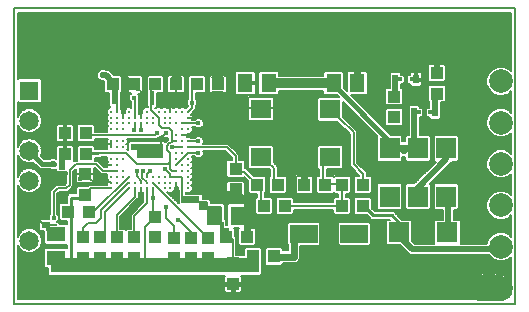
<source format=gtl>
G75*
%MOIN*%
%OFA0B0*%
%FSLAX25Y25*%
%IPPOS*%
%LPD*%
%AMOC8*
5,1,8,0,0,1.08239X$1,22.5*
%
%ADD10C,0.00600*%
%ADD11R,0.01919X0.03748*%
%ADD12R,0.05236X0.03935*%
%ADD13R,0.02280X0.05036*%
%ADD14R,0.69624X0.05098*%
%ADD15R,0.02679X0.01482*%
%ADD16R,0.00798X0.02451*%
%ADD17R,0.10835X0.02245*%
%ADD18R,0.08934X0.02864*%
%ADD19R,0.04255X0.00623*%
%ADD20R,0.03486X0.00398*%
%ADD21R,0.02672X0.02177*%
%ADD22R,0.01593X0.04805*%
%ADD23R,0.05773X0.01869*%
%ADD24R,0.03088X0.02771*%
%ADD25R,0.02726X0.00710*%
%ADD26C,0.01142*%
%ADD27R,0.04134X0.04252*%
%ADD28R,0.06299X0.05118*%
%ADD29R,0.04252X0.04134*%
%ADD30R,0.05118X0.06299*%
%ADD31R,0.06899X0.06406*%
%ADD32R,0.09173X0.06142*%
%ADD33R,0.01969X0.03150*%
%ADD34R,0.01378X0.01378*%
%ADD35R,0.06693X0.07087*%
%ADD36R,0.07087X0.06693*%
%ADD37C,0.07874*%
%ADD38C,0.06496*%
%ADD39R,0.06496X0.06496*%
%ADD40C,0.01200*%
%ADD41C,0.01772*%
%ADD42C,0.01575*%
%ADD43C,0.00800*%
%ADD44C,0.00787*%
%ADD45C,0.02400*%
%ADD46C,0.02000*%
%ADD47C,0.01600*%
%ADD48C,0.01000*%
%ADD49C,0.03200*%
%ADD50C,0.02165*%
D10*
X0004069Y0007764D02*
X0004069Y0106189D01*
X0171392Y0106189D01*
X0171392Y0007764D01*
X0004069Y0007764D01*
X0005469Y0009164D02*
X0005469Y0027270D01*
X0005851Y0026348D01*
X0007018Y0025181D01*
X0008542Y0024550D01*
X0010192Y0024550D01*
X0011717Y0025181D01*
X0012884Y0026348D01*
X0013515Y0027873D01*
X0013515Y0029523D01*
X0012884Y0031048D01*
X0011717Y0032214D01*
X0010192Y0032846D01*
X0008542Y0032846D01*
X0007018Y0032214D01*
X0005851Y0031048D01*
X0005469Y0030125D01*
X0005469Y0047270D01*
X0005851Y0046348D01*
X0007018Y0045181D01*
X0008542Y0044550D01*
X0010192Y0044550D01*
X0011717Y0045181D01*
X0012884Y0046348D01*
X0013515Y0047873D01*
X0013515Y0049523D01*
X0012884Y0051048D01*
X0011717Y0052214D01*
X0010192Y0052846D01*
X0008542Y0052846D01*
X0007018Y0052214D01*
X0005851Y0051048D01*
X0005469Y0050125D01*
X0005469Y0057270D01*
X0005851Y0056348D01*
X0007018Y0055181D01*
X0008542Y0054550D01*
X0010192Y0054550D01*
X0010726Y0054771D01*
X0011957Y0053539D01*
X0012953Y0052544D01*
X0016115Y0052544D01*
X0016403Y0052256D01*
X0018045Y0052256D01*
X0018294Y0052505D01*
X0018294Y0051603D01*
X0018822Y0051076D01*
X0021486Y0051076D01*
X0021635Y0051225D01*
X0021635Y0047908D01*
X0021111Y0047384D01*
X0018300Y0047384D01*
X0017034Y0046117D01*
X0016331Y0045414D01*
X0016331Y0037499D01*
X0015853Y0037022D01*
X0015853Y0036089D01*
X0013034Y0036089D01*
X0012507Y0035562D01*
X0012507Y0032639D01*
X0013034Y0032112D01*
X0014337Y0032112D01*
X0014337Y0027916D01*
X0014864Y0027389D01*
X0021909Y0027389D01*
X0021964Y0027444D01*
X0021964Y0026378D01*
X0021909Y0026433D01*
X0014864Y0026433D01*
X0014337Y0025906D01*
X0014337Y0020042D01*
X0014864Y0019515D01*
X0015403Y0019515D01*
X0015403Y0017632D01*
X0015931Y0017105D01*
X0074597Y0017105D01*
X0074211Y0016718D01*
X0074211Y0011839D01*
X0074738Y0011312D01*
X0079735Y0011312D01*
X0080263Y0011839D01*
X0080263Y0016718D01*
X0079876Y0017105D01*
X0086300Y0017105D01*
X0086827Y0017632D01*
X0086827Y0020969D01*
X0086852Y0020995D01*
X0086852Y0025992D01*
X0086325Y0026519D01*
X0081446Y0026519D01*
X0080919Y0025992D01*
X0080919Y0024002D01*
X0079868Y0024002D01*
X0079735Y0024135D01*
X0078305Y0024135D01*
X0078305Y0029946D01*
X0077962Y0030289D01*
X0077962Y0032604D01*
X0077495Y0033071D01*
X0079385Y0033071D01*
X0078918Y0032604D01*
X0078918Y0027607D01*
X0079445Y0027079D01*
X0084325Y0027079D01*
X0084852Y0027607D01*
X0084852Y0032604D01*
X0084325Y0033131D01*
X0081832Y0033131D01*
X0082299Y0033598D01*
X0082299Y0040643D01*
X0081772Y0041170D01*
X0075908Y0041170D01*
X0075381Y0040643D01*
X0075381Y0033840D01*
X0075035Y0033840D01*
X0075035Y0035479D01*
X0074512Y0036002D01*
X0074512Y0040562D01*
X0073809Y0041265D01*
X0069878Y0041265D01*
X0069878Y0041616D01*
X0069878Y0042111D01*
X0069878Y0042111D01*
X0069878Y0042111D01*
X0069526Y0042464D01*
X0069176Y0042814D01*
X0069176Y0042814D01*
X0069175Y0042814D01*
X0068714Y0042814D01*
X0067097Y0042814D01*
X0067097Y0043852D01*
X0066570Y0044379D01*
X0061527Y0044379D01*
X0061528Y0044842D01*
X0061668Y0044702D01*
X0062886Y0044702D01*
X0063748Y0045563D01*
X0063748Y0046782D01*
X0063373Y0047157D01*
X0063748Y0047532D01*
X0063748Y0048750D01*
X0063373Y0049125D01*
X0063748Y0049500D01*
X0063748Y0050719D01*
X0063373Y0051094D01*
X0063748Y0051469D01*
X0063748Y0052687D01*
X0063373Y0053062D01*
X0063748Y0053437D01*
X0063748Y0054656D01*
X0063373Y0055031D01*
X0063748Y0055406D01*
X0063748Y0056624D01*
X0063549Y0056823D01*
X0064555Y0056823D01*
X0065030Y0056349D01*
X0066428Y0056349D01*
X0067416Y0057337D01*
X0067416Y0058735D01*
X0067400Y0058751D01*
X0074601Y0058751D01*
X0076872Y0056480D01*
X0076872Y0055680D01*
X0075584Y0055680D01*
X0075057Y0055153D01*
X0075057Y0050274D01*
X0075584Y0049746D01*
X0080582Y0049746D01*
X0080874Y0050039D01*
X0082265Y0048649D01*
X0082265Y0044929D01*
X0082792Y0044402D01*
X0085266Y0044402D01*
X0085273Y0043368D01*
X0085154Y0043368D01*
X0084627Y0042840D01*
X0084627Y0037843D01*
X0085154Y0037316D01*
X0090034Y0037316D01*
X0090561Y0037843D01*
X0090561Y0042840D01*
X0090034Y0043368D01*
X0087861Y0043368D01*
X0087852Y0044583D01*
X0088199Y0044929D01*
X0088199Y0049927D01*
X0087671Y0050454D01*
X0084118Y0050454D01*
X0081922Y0052650D01*
X0081576Y0052996D01*
X0081109Y0052996D01*
X0081109Y0055153D01*
X0080582Y0055680D01*
X0079272Y0055680D01*
X0079272Y0057474D01*
X0078569Y0058177D01*
X0075596Y0061151D01*
X0067343Y0061151D01*
X0067416Y0061225D01*
X0067416Y0062623D01*
X0066428Y0063611D01*
X0065030Y0063611D01*
X0064543Y0063124D01*
X0063153Y0063124D01*
X0062886Y0063391D01*
X0061779Y0063391D01*
X0061779Y0064387D01*
X0062886Y0064387D01*
X0063748Y0065248D01*
X0063748Y0066467D01*
X0063584Y0066631D01*
X0064554Y0066631D01*
X0065030Y0066155D01*
X0066428Y0066155D01*
X0067416Y0067143D01*
X0067416Y0068541D01*
X0066428Y0069530D01*
X0065030Y0069530D01*
X0064531Y0069031D01*
X0063593Y0069031D01*
X0063748Y0069185D01*
X0063748Y0070404D01*
X0063373Y0070779D01*
X0063748Y0071154D01*
X0063748Y0071543D01*
X0064082Y0071877D01*
X0064785Y0072580D01*
X0064785Y0073515D01*
X0065249Y0073980D01*
X0065249Y0075378D01*
X0064785Y0075842D01*
X0064785Y0077834D01*
X0067707Y0077834D01*
X0068234Y0078362D01*
X0068234Y0083359D01*
X0067707Y0083886D01*
X0062828Y0083886D01*
X0062301Y0083359D01*
X0062301Y0078362D01*
X0062385Y0078277D01*
X0062385Y0075888D01*
X0061874Y0075378D01*
X0061874Y0073980D01*
X0062333Y0073522D01*
X0062045Y0073234D01*
X0061668Y0073234D01*
X0061293Y0072859D01*
X0060918Y0073234D01*
X0059699Y0073234D01*
X0059324Y0072859D01*
X0058949Y0073234D01*
X0057731Y0073234D01*
X0057356Y0072859D01*
X0056981Y0073234D01*
X0055762Y0073234D01*
X0055387Y0072859D01*
X0055012Y0073234D01*
X0053794Y0073234D01*
X0053419Y0072859D01*
X0053044Y0073234D01*
X0051825Y0073234D01*
X0051450Y0072859D01*
X0051248Y0073061D01*
X0051248Y0073104D01*
X0051502Y0073104D01*
X0052030Y0073631D01*
X0052030Y0077834D01*
X0053837Y0077834D01*
X0054364Y0078362D01*
X0054364Y0083359D01*
X0053837Y0083886D01*
X0048958Y0083886D01*
X0048430Y0083359D01*
X0048430Y0078362D01*
X0048637Y0078155D01*
X0048637Y0073631D01*
X0048848Y0073420D01*
X0048848Y0073234D01*
X0047888Y0073234D01*
X0047026Y0072372D01*
X0047026Y0071266D01*
X0045920Y0071266D01*
X0045780Y0071126D01*
X0045780Y0075518D01*
X0046029Y0075767D01*
X0046029Y0077165D01*
X0045462Y0077732D01*
X0046203Y0077732D01*
X0046306Y0077834D01*
X0046622Y0077834D01*
X0047149Y0078362D01*
X0047149Y0078678D01*
X0047192Y0078720D01*
X0047192Y0080118D01*
X0047149Y0080161D01*
X0047149Y0083359D01*
X0046622Y0083886D01*
X0041743Y0083886D01*
X0041216Y0083359D01*
X0041216Y0078362D01*
X0041743Y0077834D01*
X0043323Y0077834D01*
X0042654Y0077165D01*
X0042654Y0075767D01*
X0043380Y0075042D01*
X0043380Y0073055D01*
X0043201Y0073234D01*
X0041983Y0073234D01*
X0041121Y0072372D01*
X0041121Y0071266D01*
X0040126Y0071266D01*
X0040126Y0072372D01*
X0039902Y0072597D01*
X0039902Y0078003D01*
X0040260Y0078362D01*
X0040260Y0083359D01*
X0039732Y0083886D01*
X0037671Y0083886D01*
X0035828Y0085730D01*
X0034884Y0085730D01*
X0034785Y0085829D01*
X0033142Y0085829D01*
X0031981Y0084668D01*
X0031981Y0083025D01*
X0033142Y0081864D01*
X0034320Y0081864D01*
X0034326Y0081858D01*
X0034326Y0078362D01*
X0034853Y0077834D01*
X0035759Y0077834D01*
X0035759Y0073690D01*
X0036214Y0073234D01*
X0036077Y0073234D01*
X0035215Y0072372D01*
X0035215Y0071154D01*
X0035590Y0070779D01*
X0035215Y0070404D01*
X0035215Y0069185D01*
X0035590Y0068810D01*
X0035215Y0068435D01*
X0035215Y0067217D01*
X0035590Y0066842D01*
X0035215Y0066467D01*
X0035215Y0065248D01*
X0035343Y0065120D01*
X0031116Y0065120D01*
X0031116Y0067043D01*
X0030589Y0067571D01*
X0025709Y0067571D01*
X0025182Y0067043D01*
X0025182Y0062046D01*
X0025709Y0061519D01*
X0030589Y0061519D01*
X0031116Y0062046D01*
X0031116Y0062720D01*
X0035406Y0062720D01*
X0035215Y0062530D01*
X0035215Y0061311D01*
X0035590Y0060936D01*
X0035215Y0060561D01*
X0035215Y0059343D01*
X0035378Y0059180D01*
X0031116Y0059180D01*
X0031116Y0060114D01*
X0030589Y0060641D01*
X0025709Y0060641D01*
X0025182Y0060114D01*
X0025182Y0055392D01*
X0024249Y0055392D01*
X0024226Y0055369D01*
X0024226Y0060114D01*
X0023699Y0060641D01*
X0018820Y0060641D01*
X0018292Y0060114D01*
X0018292Y0055974D01*
X0018045Y0056221D01*
X0016403Y0056221D01*
X0016125Y0055944D01*
X0014361Y0055944D01*
X0013198Y0057107D01*
X0013515Y0057873D01*
X0013515Y0059523D01*
X0012884Y0061048D01*
X0011717Y0062214D01*
X0010192Y0062846D01*
X0008542Y0062846D01*
X0007018Y0062214D01*
X0005851Y0061048D01*
X0005469Y0060125D01*
X0005469Y0067270D01*
X0005851Y0066348D01*
X0007018Y0065181D01*
X0008542Y0064550D01*
X0010192Y0064550D01*
X0011717Y0065181D01*
X0012884Y0066348D01*
X0013515Y0067873D01*
X0013515Y0069523D01*
X0012884Y0071048D01*
X0011717Y0072214D01*
X0010192Y0072846D01*
X0008542Y0072846D01*
X0007018Y0072214D01*
X0005851Y0071048D01*
X0005469Y0070125D01*
X0005469Y0074828D01*
X0005746Y0074550D01*
X0012988Y0074550D01*
X0013515Y0075077D01*
X0013515Y0082319D01*
X0012988Y0082846D01*
X0005746Y0082846D01*
X0005469Y0082568D01*
X0005469Y0104789D01*
X0169992Y0104789D01*
X0169992Y0085254D01*
X0169247Y0085998D01*
X0167470Y0086735D01*
X0165545Y0086735D01*
X0163767Y0085998D01*
X0162407Y0084638D01*
X0161670Y0082860D01*
X0161670Y0080935D01*
X0162407Y0079158D01*
X0163767Y0077797D01*
X0165545Y0077061D01*
X0167470Y0077061D01*
X0169247Y0077797D01*
X0169992Y0078541D01*
X0169992Y0071474D01*
X0169247Y0072219D01*
X0167470Y0072955D01*
X0165545Y0072955D01*
X0163767Y0072219D01*
X0162407Y0070858D01*
X0161670Y0069080D01*
X0161670Y0067156D01*
X0162407Y0065378D01*
X0163767Y0064017D01*
X0165545Y0063281D01*
X0167470Y0063281D01*
X0169247Y0064017D01*
X0169992Y0064762D01*
X0169992Y0057695D01*
X0169247Y0058439D01*
X0167470Y0059176D01*
X0165545Y0059176D01*
X0163767Y0058439D01*
X0162407Y0057079D01*
X0161670Y0055301D01*
X0161670Y0053376D01*
X0162407Y0051599D01*
X0163767Y0050238D01*
X0165545Y0049502D01*
X0167470Y0049502D01*
X0169247Y0050238D01*
X0169992Y0050982D01*
X0169992Y0043915D01*
X0169247Y0044660D01*
X0167470Y0045396D01*
X0165545Y0045396D01*
X0163767Y0044660D01*
X0162407Y0043299D01*
X0161670Y0041521D01*
X0161670Y0039597D01*
X0162407Y0037819D01*
X0163767Y0036458D01*
X0165545Y0035722D01*
X0167470Y0035722D01*
X0169247Y0036458D01*
X0169992Y0037203D01*
X0169992Y0030136D01*
X0169247Y0030880D01*
X0167470Y0031617D01*
X0165545Y0031617D01*
X0163767Y0030880D01*
X0162407Y0029519D01*
X0161670Y0027742D01*
X0161670Y0027726D01*
X0153085Y0027726D01*
X0153155Y0027796D01*
X0153155Y0035235D01*
X0152628Y0035762D01*
X0150873Y0035762D01*
X0150873Y0038972D01*
X0152037Y0038972D01*
X0152564Y0039499D01*
X0152564Y0047331D01*
X0152037Y0047859D01*
X0144599Y0047859D01*
X0144071Y0047331D01*
X0144071Y0039499D01*
X0144599Y0038972D01*
X0147073Y0038972D01*
X0147073Y0035762D01*
X0144796Y0035762D01*
X0144269Y0035235D01*
X0144269Y0027796D01*
X0144339Y0027726D01*
X0137780Y0027726D01*
X0137014Y0028493D01*
X0137014Y0035235D01*
X0136486Y0035762D01*
X0133595Y0035762D01*
X0130770Y0038587D01*
X0124532Y0038587D01*
X0123435Y0039684D01*
X0123435Y0042840D01*
X0122908Y0043368D01*
X0118028Y0043368D01*
X0117501Y0042840D01*
X0117501Y0037843D01*
X0118028Y0037316D01*
X0121844Y0037316D01*
X0122552Y0036607D01*
X0123372Y0035787D01*
X0129610Y0035787D01*
X0129635Y0035762D01*
X0128654Y0035762D01*
X0128127Y0035235D01*
X0128127Y0027796D01*
X0128654Y0027269D01*
X0132863Y0027269D01*
X0135093Y0025039D01*
X0136206Y0023926D01*
X0162520Y0023926D01*
X0163767Y0022679D01*
X0165545Y0021943D01*
X0167470Y0021943D01*
X0169247Y0022679D01*
X0169992Y0023423D01*
X0169992Y0016356D01*
X0169247Y0017101D01*
X0167470Y0017837D01*
X0165545Y0017837D01*
X0165539Y0017835D01*
X0162357Y0017835D01*
X0162351Y0017837D01*
X0160427Y0017837D01*
X0158649Y0017101D01*
X0157289Y0015740D01*
X0156552Y0013962D01*
X0156552Y0012038D01*
X0157289Y0010260D01*
X0158385Y0009164D01*
X0005469Y0009164D01*
X0005469Y0009537D02*
X0158012Y0009537D01*
X0157413Y0010135D02*
X0005469Y0010135D01*
X0005469Y0010734D02*
X0157092Y0010734D01*
X0156844Y0011332D02*
X0079756Y0011332D01*
X0080263Y0011931D02*
X0156597Y0011931D01*
X0156552Y0012529D02*
X0080263Y0012529D01*
X0080263Y0013128D02*
X0156552Y0013128D01*
X0156552Y0013726D02*
X0080263Y0013726D01*
X0080263Y0014325D02*
X0156703Y0014325D01*
X0156950Y0014924D02*
X0080263Y0014924D01*
X0080263Y0015522D02*
X0157198Y0015522D01*
X0157669Y0016121D02*
X0080263Y0016121D01*
X0080262Y0016719D02*
X0158268Y0016719D01*
X0159173Y0017318D02*
X0086513Y0017318D01*
X0086827Y0017916D02*
X0169992Y0017916D01*
X0169992Y0017318D02*
X0168724Y0017318D01*
X0169629Y0016719D02*
X0169992Y0016719D01*
X0169992Y0018515D02*
X0086827Y0018515D01*
X0086827Y0019113D02*
X0169992Y0019113D01*
X0169992Y0019712D02*
X0086827Y0019712D01*
X0086827Y0020310D02*
X0169992Y0020310D01*
X0169992Y0020909D02*
X0093656Y0020909D01*
X0093742Y0020995D02*
X0093215Y0020467D01*
X0088336Y0020467D01*
X0087808Y0020995D01*
X0087808Y0025992D01*
X0088336Y0026519D01*
X0093215Y0026519D01*
X0093742Y0025992D01*
X0093742Y0025562D01*
X0095480Y0025562D01*
X0095480Y0027536D01*
X0095384Y0027632D01*
X0095384Y0034520D01*
X0095911Y0035047D01*
X0105830Y0035047D01*
X0106357Y0034520D01*
X0106357Y0027632D01*
X0105830Y0027105D01*
X0099680Y0027105D01*
X0099680Y0022592D01*
X0098449Y0021362D01*
X0093742Y0021362D01*
X0093742Y0020995D01*
X0087894Y0020909D02*
X0086827Y0020909D01*
X0086852Y0021507D02*
X0087808Y0021507D01*
X0087808Y0022106D02*
X0086852Y0022106D01*
X0086852Y0022704D02*
X0087808Y0022704D01*
X0087808Y0023303D02*
X0086852Y0023303D01*
X0086852Y0023901D02*
X0087808Y0023901D01*
X0087808Y0024500D02*
X0086852Y0024500D01*
X0086852Y0025098D02*
X0087808Y0025098D01*
X0087808Y0025697D02*
X0086852Y0025697D01*
X0086549Y0026295D02*
X0088111Y0026295D01*
X0084738Y0027492D02*
X0095480Y0027492D01*
X0095480Y0026894D02*
X0078305Y0026894D01*
X0078305Y0027492D02*
X0079033Y0027492D01*
X0078918Y0028091D02*
X0078305Y0028091D01*
X0078305Y0028689D02*
X0078918Y0028689D01*
X0078918Y0029288D02*
X0078305Y0029288D01*
X0078305Y0029886D02*
X0078918Y0029886D01*
X0078918Y0030485D02*
X0077962Y0030485D01*
X0077962Y0031083D02*
X0078918Y0031083D01*
X0078918Y0031682D02*
X0077962Y0031682D01*
X0077962Y0032280D02*
X0078918Y0032280D01*
X0079193Y0032879D02*
X0077688Y0032879D01*
X0075381Y0034076D02*
X0075035Y0034076D01*
X0075035Y0034674D02*
X0075381Y0034674D01*
X0075381Y0035273D02*
X0075035Y0035273D01*
X0075381Y0035871D02*
X0074642Y0035871D01*
X0074512Y0036470D02*
X0075381Y0036470D01*
X0075381Y0037068D02*
X0074512Y0037068D01*
X0074512Y0037667D02*
X0075381Y0037667D01*
X0075381Y0038265D02*
X0074512Y0038265D01*
X0074512Y0038864D02*
X0075381Y0038864D01*
X0075381Y0039462D02*
X0074512Y0039462D01*
X0074512Y0040061D02*
X0075381Y0040061D01*
X0075397Y0040659D02*
X0074415Y0040659D01*
X0073816Y0041258D02*
X0084627Y0041258D01*
X0084627Y0040659D02*
X0082283Y0040659D01*
X0082299Y0040061D02*
X0084627Y0040061D01*
X0084627Y0039462D02*
X0082299Y0039462D01*
X0082299Y0038864D02*
X0084627Y0038864D01*
X0084627Y0038265D02*
X0082299Y0038265D01*
X0082299Y0037667D02*
X0084803Y0037667D01*
X0082299Y0037068D02*
X0122091Y0037068D01*
X0122552Y0036607D02*
X0122552Y0036607D01*
X0122689Y0036470D02*
X0082299Y0036470D01*
X0082299Y0035871D02*
X0123288Y0035871D01*
X0122680Y0035047D02*
X0112761Y0035047D01*
X0112234Y0034520D01*
X0112234Y0027632D01*
X0112761Y0027105D01*
X0122680Y0027105D01*
X0123207Y0027632D01*
X0123207Y0034520D01*
X0122680Y0035047D01*
X0123053Y0034674D02*
X0128127Y0034674D01*
X0128127Y0034076D02*
X0123207Y0034076D01*
X0123207Y0033477D02*
X0128127Y0033477D01*
X0128127Y0032879D02*
X0123207Y0032879D01*
X0123207Y0032280D02*
X0128127Y0032280D01*
X0128127Y0031682D02*
X0123207Y0031682D01*
X0123207Y0031083D02*
X0128127Y0031083D01*
X0128127Y0030485D02*
X0123207Y0030485D01*
X0123207Y0029886D02*
X0128127Y0029886D01*
X0128127Y0029288D02*
X0123207Y0029288D01*
X0123207Y0028689D02*
X0128127Y0028689D01*
X0128127Y0028091D02*
X0123207Y0028091D01*
X0123067Y0027492D02*
X0128431Y0027492D01*
X0133239Y0026894D02*
X0099680Y0026894D01*
X0099680Y0026295D02*
X0133838Y0026295D01*
X0134436Y0025697D02*
X0099680Y0025697D01*
X0099680Y0025098D02*
X0135035Y0025098D01*
X0135633Y0024500D02*
X0099680Y0024500D01*
X0099680Y0023901D02*
X0162545Y0023901D01*
X0163144Y0023303D02*
X0099680Y0023303D01*
X0099680Y0022704D02*
X0163742Y0022704D01*
X0165151Y0022106D02*
X0099194Y0022106D01*
X0098595Y0021507D02*
X0169992Y0021507D01*
X0169992Y0022106D02*
X0167863Y0022106D01*
X0169273Y0022704D02*
X0169992Y0022704D01*
X0169992Y0023303D02*
X0169871Y0023303D01*
X0161815Y0028091D02*
X0153155Y0028091D01*
X0153155Y0028689D02*
X0162063Y0028689D01*
X0162311Y0029288D02*
X0153155Y0029288D01*
X0153155Y0029886D02*
X0162774Y0029886D01*
X0163372Y0030485D02*
X0153155Y0030485D01*
X0153155Y0031083D02*
X0164258Y0031083D01*
X0168757Y0031083D02*
X0169992Y0031083D01*
X0169992Y0030485D02*
X0169643Y0030485D01*
X0169992Y0031682D02*
X0153155Y0031682D01*
X0153155Y0032280D02*
X0169992Y0032280D01*
X0169992Y0032879D02*
X0153155Y0032879D01*
X0153155Y0033477D02*
X0169992Y0033477D01*
X0169992Y0034076D02*
X0153155Y0034076D01*
X0153155Y0034674D02*
X0169992Y0034674D01*
X0169992Y0035273D02*
X0153117Y0035273D01*
X0150873Y0035871D02*
X0165185Y0035871D01*
X0163756Y0036470D02*
X0150873Y0036470D01*
X0150873Y0037068D02*
X0163157Y0037068D01*
X0162559Y0037667D02*
X0150873Y0037667D01*
X0150873Y0038265D02*
X0162222Y0038265D01*
X0161974Y0038864D02*
X0150873Y0038864D01*
X0152527Y0039462D02*
X0161726Y0039462D01*
X0161670Y0040061D02*
X0152564Y0040061D01*
X0152564Y0040659D02*
X0161670Y0040659D01*
X0161670Y0041258D02*
X0152564Y0041258D01*
X0152564Y0041857D02*
X0161809Y0041857D01*
X0162057Y0042455D02*
X0152564Y0042455D01*
X0152564Y0043054D02*
X0162305Y0043054D01*
X0162760Y0043652D02*
X0152564Y0043652D01*
X0152564Y0044251D02*
X0163358Y0044251D01*
X0164225Y0044849D02*
X0152564Y0044849D01*
X0152564Y0045448D02*
X0169992Y0045448D01*
X0169992Y0046046D02*
X0152564Y0046046D01*
X0152564Y0046645D02*
X0169992Y0046645D01*
X0169992Y0047243D02*
X0152564Y0047243D01*
X0152054Y0047842D02*
X0169992Y0047842D01*
X0169992Y0048440D02*
X0143536Y0048440D01*
X0142937Y0047842D02*
X0144582Y0047842D01*
X0144071Y0047243D02*
X0143115Y0047243D01*
X0143115Y0047331D02*
X0142771Y0047676D01*
X0149098Y0054002D01*
X0150210Y0055114D01*
X0152037Y0055114D01*
X0152564Y0055641D01*
X0152564Y0063473D01*
X0152037Y0064000D01*
X0144599Y0064000D01*
X0144071Y0063473D01*
X0144071Y0055641D01*
X0144599Y0055114D01*
X0144836Y0055114D01*
X0137580Y0047859D01*
X0135150Y0047859D01*
X0134623Y0047331D01*
X0134623Y0039499D01*
X0135150Y0038972D01*
X0142588Y0038972D01*
X0143115Y0039499D01*
X0143115Y0047331D01*
X0143115Y0046645D02*
X0144071Y0046645D01*
X0144071Y0046046D02*
X0143115Y0046046D01*
X0143115Y0045448D02*
X0144071Y0045448D01*
X0144071Y0044849D02*
X0143115Y0044849D01*
X0143115Y0044251D02*
X0144071Y0044251D01*
X0144071Y0043652D02*
X0143115Y0043652D01*
X0143115Y0043054D02*
X0144071Y0043054D01*
X0144071Y0042455D02*
X0143115Y0042455D01*
X0143115Y0041857D02*
X0144071Y0041857D01*
X0144071Y0041258D02*
X0143115Y0041258D01*
X0143115Y0040659D02*
X0144071Y0040659D01*
X0144071Y0040061D02*
X0143115Y0040061D01*
X0143079Y0039462D02*
X0144108Y0039462D01*
X0147073Y0038864D02*
X0124255Y0038864D01*
X0123656Y0039462D02*
X0125211Y0039462D01*
X0125174Y0039499D02*
X0125701Y0038972D01*
X0133139Y0038972D01*
X0133667Y0039499D01*
X0133667Y0047331D01*
X0133139Y0047859D01*
X0125701Y0047859D01*
X0125174Y0047331D01*
X0125174Y0039499D01*
X0125174Y0040061D02*
X0123435Y0040061D01*
X0123435Y0040659D02*
X0125174Y0040659D01*
X0125174Y0041258D02*
X0123435Y0041258D01*
X0123435Y0041857D02*
X0125174Y0041857D01*
X0125174Y0042455D02*
X0123435Y0042455D01*
X0123222Y0043054D02*
X0125174Y0043054D01*
X0125174Y0043652D02*
X0114755Y0043652D01*
X0114755Y0043368D02*
X0114755Y0044402D01*
X0116018Y0044402D01*
X0116545Y0044929D01*
X0116545Y0049927D01*
X0116018Y0050454D01*
X0111138Y0050454D01*
X0110753Y0050069D01*
X0110367Y0050454D01*
X0108583Y0050454D01*
X0108583Y0052573D01*
X0113493Y0052573D01*
X0114020Y0053100D01*
X0114020Y0060251D01*
X0113493Y0060779D01*
X0105848Y0060779D01*
X0105321Y0060251D01*
X0105321Y0053100D01*
X0105848Y0052573D01*
X0105996Y0052573D01*
X0105996Y0050454D01*
X0105488Y0050454D01*
X0104960Y0049927D01*
X0104960Y0044929D01*
X0105488Y0044402D01*
X0110367Y0044402D01*
X0110753Y0044788D01*
X0111138Y0044402D01*
X0112168Y0044402D01*
X0112168Y0043368D01*
X0111138Y0043368D01*
X0110611Y0042840D01*
X0110611Y0041577D01*
X0097451Y0041577D01*
X0097451Y0042840D01*
X0096923Y0043368D01*
X0092044Y0043368D01*
X0091517Y0042840D01*
X0091517Y0037843D01*
X0092044Y0037316D01*
X0096923Y0037316D01*
X0097451Y0037843D01*
X0097451Y0038989D01*
X0110611Y0038989D01*
X0110611Y0037843D01*
X0111138Y0037316D01*
X0116018Y0037316D01*
X0116545Y0037843D01*
X0116545Y0042840D01*
X0116018Y0043368D01*
X0114755Y0043368D01*
X0114755Y0044251D02*
X0125174Y0044251D01*
X0125174Y0044849D02*
X0123354Y0044849D01*
X0123435Y0044929D02*
X0123435Y0049927D01*
X0122908Y0050454D01*
X0121961Y0050454D01*
X0121961Y0051504D01*
X0118709Y0054756D01*
X0118709Y0065370D01*
X0114020Y0070059D01*
X0114020Y0075049D01*
X0125385Y0063684D01*
X0125174Y0063473D01*
X0125174Y0055641D01*
X0125701Y0055114D01*
X0133139Y0055114D01*
X0133667Y0055641D01*
X0133667Y0056585D01*
X0134623Y0056585D01*
X0134623Y0055641D01*
X0135150Y0055114D01*
X0142588Y0055114D01*
X0143115Y0055641D01*
X0143115Y0063473D01*
X0142588Y0064000D01*
X0139555Y0064000D01*
X0139555Y0069938D01*
X0140189Y0069938D01*
X0140716Y0070465D01*
X0140716Y0072589D01*
X0140189Y0073116D01*
X0139535Y0073116D01*
X0139535Y0073475D01*
X0139008Y0074002D01*
X0136294Y0074002D01*
X0135767Y0073475D01*
X0135767Y0071658D01*
X0135755Y0071646D01*
X0135755Y0064000D01*
X0135150Y0064000D01*
X0134623Y0063473D01*
X0134623Y0061866D01*
X0133667Y0061866D01*
X0133667Y0063473D01*
X0133139Y0064000D01*
X0129877Y0064000D01*
X0129743Y0064135D01*
X0116640Y0077238D01*
X0121584Y0077238D01*
X0122111Y0077765D01*
X0122111Y0084810D01*
X0121584Y0085337D01*
X0115720Y0085337D01*
X0115193Y0084810D01*
X0115193Y0078684D01*
X0114237Y0079640D01*
X0114237Y0084810D01*
X0113710Y0085337D01*
X0107846Y0085337D01*
X0107319Y0084810D01*
X0107319Y0083775D01*
X0092633Y0083775D01*
X0092633Y0084820D01*
X0092106Y0085347D01*
X0086242Y0085347D01*
X0085715Y0084820D01*
X0085715Y0077775D01*
X0086242Y0077248D01*
X0092106Y0077248D01*
X0092633Y0077775D01*
X0092633Y0078775D01*
X0107319Y0078775D01*
X0107319Y0077765D01*
X0107846Y0077238D01*
X0111831Y0077238D01*
X0112462Y0076607D01*
X0105848Y0076607D01*
X0105321Y0076080D01*
X0105321Y0068929D01*
X0105848Y0068402D01*
X0112018Y0068402D01*
X0116122Y0064298D01*
X0116122Y0053684D01*
X0116879Y0052926D01*
X0119351Y0050454D01*
X0118028Y0050454D01*
X0117501Y0049927D01*
X0117501Y0044929D01*
X0118028Y0044402D01*
X0122908Y0044402D01*
X0123435Y0044929D01*
X0123435Y0045448D02*
X0125174Y0045448D01*
X0125174Y0046046D02*
X0123435Y0046046D01*
X0123435Y0046645D02*
X0125174Y0046645D01*
X0125174Y0047243D02*
X0123435Y0047243D01*
X0123435Y0047842D02*
X0125684Y0047842D01*
X0123435Y0048440D02*
X0138162Y0048440D01*
X0138760Y0049039D02*
X0123435Y0049039D01*
X0123435Y0049637D02*
X0139359Y0049637D01*
X0139957Y0050236D02*
X0123126Y0050236D01*
X0121961Y0050834D02*
X0140556Y0050834D01*
X0141155Y0051433D02*
X0121961Y0051433D01*
X0121433Y0052031D02*
X0141753Y0052031D01*
X0142352Y0052630D02*
X0120835Y0052630D01*
X0120236Y0053228D02*
X0142950Y0053228D01*
X0143549Y0053827D02*
X0119638Y0053827D01*
X0119039Y0054425D02*
X0144147Y0054425D01*
X0144746Y0055024D02*
X0118709Y0055024D01*
X0118709Y0055622D02*
X0125192Y0055622D01*
X0125174Y0056221D02*
X0118709Y0056221D01*
X0118709Y0056819D02*
X0125174Y0056819D01*
X0125174Y0057418D02*
X0118709Y0057418D01*
X0118709Y0058016D02*
X0125174Y0058016D01*
X0125174Y0058615D02*
X0118709Y0058615D01*
X0118709Y0059213D02*
X0125174Y0059213D01*
X0125174Y0059812D02*
X0118709Y0059812D01*
X0118709Y0060410D02*
X0125174Y0060410D01*
X0125174Y0061009D02*
X0118709Y0061009D01*
X0118709Y0061607D02*
X0125174Y0061607D01*
X0125174Y0062206D02*
X0118709Y0062206D01*
X0118709Y0062804D02*
X0125174Y0062804D01*
X0125174Y0063403D02*
X0118709Y0063403D01*
X0118709Y0064001D02*
X0125068Y0064001D01*
X0124469Y0064600D02*
X0118709Y0064600D01*
X0118709Y0065198D02*
X0123871Y0065198D01*
X0123272Y0065797D02*
X0118282Y0065797D01*
X0117684Y0066395D02*
X0122674Y0066395D01*
X0122075Y0066994D02*
X0117085Y0066994D01*
X0116487Y0067593D02*
X0121477Y0067593D01*
X0120878Y0068191D02*
X0115888Y0068191D01*
X0115290Y0068790D02*
X0120280Y0068790D01*
X0119681Y0069388D02*
X0114691Y0069388D01*
X0114093Y0069987D02*
X0119083Y0069987D01*
X0118484Y0070585D02*
X0114020Y0070585D01*
X0114020Y0071184D02*
X0117886Y0071184D01*
X0117287Y0071782D02*
X0114020Y0071782D01*
X0114020Y0072381D02*
X0116688Y0072381D01*
X0116090Y0072979D02*
X0114020Y0072979D01*
X0114020Y0073578D02*
X0115491Y0073578D01*
X0114893Y0074176D02*
X0114020Y0074176D01*
X0114020Y0074775D02*
X0114294Y0074775D01*
X0111900Y0077169D02*
X0064785Y0077169D01*
X0064785Y0077767D02*
X0077849Y0077767D01*
X0077841Y0077775D02*
X0078368Y0077248D01*
X0084232Y0077248D01*
X0084759Y0077775D01*
X0084759Y0084820D01*
X0084232Y0085347D01*
X0078368Y0085347D01*
X0077841Y0084820D01*
X0077841Y0077775D01*
X0077841Y0078366D02*
X0075124Y0078366D01*
X0075124Y0078362D02*
X0075124Y0083359D01*
X0074597Y0083886D01*
X0069718Y0083886D01*
X0069190Y0083359D01*
X0069190Y0078362D01*
X0069718Y0077834D01*
X0074597Y0077834D01*
X0075124Y0078362D01*
X0075124Y0078964D02*
X0077841Y0078964D01*
X0077841Y0079563D02*
X0075124Y0079563D01*
X0075124Y0080161D02*
X0077841Y0080161D01*
X0077841Y0080760D02*
X0075124Y0080760D01*
X0075124Y0081358D02*
X0077841Y0081358D01*
X0077841Y0081957D02*
X0075124Y0081957D01*
X0075124Y0082555D02*
X0077841Y0082555D01*
X0077841Y0083154D02*
X0075124Y0083154D01*
X0074731Y0083752D02*
X0077841Y0083752D01*
X0077841Y0084351D02*
X0037207Y0084351D01*
X0036608Y0084949D02*
X0077971Y0084949D01*
X0084629Y0084949D02*
X0085845Y0084949D01*
X0085715Y0084351D02*
X0084759Y0084351D01*
X0084759Y0083752D02*
X0085715Y0083752D01*
X0085715Y0083154D02*
X0084759Y0083154D01*
X0084759Y0082555D02*
X0085715Y0082555D01*
X0085715Y0081957D02*
X0084759Y0081957D01*
X0084759Y0081358D02*
X0085715Y0081358D01*
X0085251Y0081399D02*
X0085251Y0086986D01*
X0092503Y0084949D02*
X0107459Y0084949D01*
X0107319Y0084351D02*
X0092633Y0084351D01*
X0085715Y0080760D02*
X0084759Y0080760D01*
X0084759Y0080161D02*
X0085715Y0080161D01*
X0085715Y0079563D02*
X0084759Y0079563D01*
X0084759Y0078964D02*
X0085715Y0078964D01*
X0085715Y0078366D02*
X0084759Y0078366D01*
X0084751Y0077767D02*
X0085723Y0077767D01*
X0082618Y0076814D02*
X0082091Y0076287D01*
X0082091Y0069136D01*
X0082618Y0068609D01*
X0090263Y0068609D01*
X0090790Y0069136D01*
X0090790Y0076287D01*
X0090263Y0076814D01*
X0082618Y0076814D01*
X0082374Y0076570D02*
X0064785Y0076570D01*
X0064785Y0075972D02*
X0082091Y0075972D01*
X0082091Y0075373D02*
X0065249Y0075373D01*
X0065249Y0074775D02*
X0082091Y0074775D01*
X0082091Y0074176D02*
X0065249Y0074176D01*
X0064847Y0073578D02*
X0082091Y0073578D01*
X0082091Y0072979D02*
X0064785Y0072979D01*
X0064586Y0072381D02*
X0082091Y0072381D01*
X0082091Y0071782D02*
X0063987Y0071782D01*
X0064082Y0071877D02*
X0064082Y0071877D01*
X0063748Y0071184D02*
X0082091Y0071184D01*
X0082091Y0070585D02*
X0063567Y0070585D01*
X0063748Y0069987D02*
X0082091Y0069987D01*
X0082091Y0069388D02*
X0066569Y0069388D01*
X0067168Y0068790D02*
X0082438Y0068790D01*
X0090444Y0068790D02*
X0105461Y0068790D01*
X0105321Y0069388D02*
X0090790Y0069388D01*
X0090790Y0069987D02*
X0105321Y0069987D01*
X0105321Y0070585D02*
X0090790Y0070585D01*
X0090790Y0071184D02*
X0105321Y0071184D01*
X0105321Y0071782D02*
X0090790Y0071782D01*
X0090790Y0072381D02*
X0105321Y0072381D01*
X0105321Y0072979D02*
X0090790Y0072979D01*
X0090790Y0073578D02*
X0105321Y0073578D01*
X0105321Y0074176D02*
X0090790Y0074176D01*
X0090790Y0074775D02*
X0105321Y0074775D01*
X0105321Y0075373D02*
X0090790Y0075373D01*
X0090790Y0075972D02*
X0105321Y0075972D01*
X0105811Y0076570D02*
X0090507Y0076570D01*
X0092625Y0077767D02*
X0107319Y0077767D01*
X0107319Y0078366D02*
X0092633Y0078366D01*
X0112229Y0068191D02*
X0067416Y0068191D01*
X0067416Y0067593D02*
X0112828Y0067593D01*
X0113426Y0066994D02*
X0067267Y0066994D01*
X0066669Y0066395D02*
X0114025Y0066395D01*
X0114623Y0065797D02*
X0063748Y0065797D01*
X0063748Y0066395D02*
X0064789Y0066395D01*
X0063698Y0065198D02*
X0115222Y0065198D01*
X0115820Y0064600D02*
X0063099Y0064600D01*
X0061779Y0064001D02*
X0116122Y0064001D01*
X0116122Y0063403D02*
X0066636Y0063403D01*
X0067234Y0062804D02*
X0116122Y0062804D01*
X0116122Y0062206D02*
X0067416Y0062206D01*
X0067416Y0061607D02*
X0116122Y0061607D01*
X0116122Y0061009D02*
X0075738Y0061009D01*
X0076336Y0060410D02*
X0082250Y0060410D01*
X0082091Y0060251D02*
X0082091Y0053100D01*
X0082618Y0052573D01*
X0089394Y0052573D01*
X0089637Y0052330D01*
X0089637Y0050410D01*
X0089155Y0049927D01*
X0089155Y0044929D01*
X0089682Y0044402D01*
X0094561Y0044402D01*
X0095088Y0044929D01*
X0095088Y0049927D01*
X0094561Y0050454D01*
X0092225Y0050454D01*
X0092225Y0053402D01*
X0091467Y0054160D01*
X0090790Y0054836D01*
X0090790Y0060251D01*
X0090263Y0060779D01*
X0082618Y0060779D01*
X0082091Y0060251D01*
X0082091Y0059812D02*
X0076935Y0059812D01*
X0077533Y0059213D02*
X0082091Y0059213D01*
X0082091Y0058615D02*
X0078132Y0058615D01*
X0078730Y0058016D02*
X0082091Y0058016D01*
X0082091Y0057418D02*
X0079272Y0057418D01*
X0079272Y0056819D02*
X0082091Y0056819D01*
X0082091Y0056221D02*
X0079272Y0056221D01*
X0078072Y0056977D02*
X0078072Y0053513D01*
X0075057Y0053228D02*
X0063539Y0053228D01*
X0063748Y0052630D02*
X0075057Y0052630D01*
X0075057Y0052031D02*
X0063748Y0052031D01*
X0063712Y0051433D02*
X0075057Y0051433D01*
X0075057Y0050834D02*
X0063632Y0050834D01*
X0063748Y0050236D02*
X0075095Y0050236D01*
X0075584Y0048790D02*
X0075057Y0048263D01*
X0075057Y0043384D01*
X0075584Y0042857D01*
X0080582Y0042857D01*
X0081109Y0043384D01*
X0081109Y0048263D01*
X0080582Y0048790D01*
X0075584Y0048790D01*
X0075234Y0048440D02*
X0063748Y0048440D01*
X0063748Y0047842D02*
X0075057Y0047842D01*
X0075057Y0047243D02*
X0063459Y0047243D01*
X0063748Y0046645D02*
X0075057Y0046645D01*
X0075057Y0046046D02*
X0063748Y0046046D01*
X0063632Y0045448D02*
X0075057Y0045448D01*
X0075057Y0044849D02*
X0063033Y0044849D01*
X0060319Y0046080D02*
X0060319Y0049726D01*
X0059903Y0050143D01*
X0056377Y0050143D01*
X0056377Y0050861D01*
X0054665Y0052573D01*
X0056290Y0052780D02*
X0057025Y0052045D01*
X0058331Y0052045D01*
X0056290Y0052780D02*
X0056285Y0057982D01*
X0055353Y0058877D01*
X0055342Y0060364D01*
X0056006Y0061252D01*
X0056290Y0061252D01*
X0056752Y0061713D01*
X0056752Y0061878D01*
X0058401Y0061878D01*
X0056752Y0061878D02*
X0056752Y0065309D01*
X0055861Y0066200D01*
X0053420Y0066200D01*
X0052431Y0067190D01*
X0052431Y0069796D01*
X0050451Y0071775D01*
X0050467Y0071759D02*
X0050048Y0072178D01*
X0050048Y0081308D01*
X0048430Y0081358D02*
X0047149Y0081358D01*
X0047149Y0080760D02*
X0048430Y0080760D01*
X0048430Y0080161D02*
X0047149Y0080161D01*
X0047192Y0079563D02*
X0048430Y0079563D01*
X0048430Y0078964D02*
X0047192Y0078964D01*
X0047149Y0078366D02*
X0048430Y0078366D01*
X0048637Y0077767D02*
X0046239Y0077767D01*
X0046025Y0077169D02*
X0048637Y0077169D01*
X0048637Y0076570D02*
X0046029Y0076570D01*
X0046029Y0075972D02*
X0048637Y0075972D01*
X0048637Y0075373D02*
X0045780Y0075373D01*
X0045780Y0074775D02*
X0048637Y0074775D01*
X0048637Y0074176D02*
X0045780Y0074176D01*
X0045780Y0073578D02*
X0048691Y0073578D01*
X0047633Y0072979D02*
X0045780Y0072979D01*
X0045780Y0072381D02*
X0047035Y0072381D01*
X0047026Y0071782D02*
X0045780Y0071782D01*
X0045780Y0071184D02*
X0045838Y0071184D01*
X0044580Y0069796D02*
X0044580Y0076229D01*
X0044382Y0076427D01*
X0043048Y0075373D02*
X0039902Y0075373D01*
X0039902Y0074775D02*
X0043380Y0074775D01*
X0043380Y0074176D02*
X0039902Y0074176D01*
X0039902Y0073578D02*
X0043380Y0073578D01*
X0041728Y0072979D02*
X0039902Y0072979D01*
X0040117Y0072381D02*
X0041129Y0072381D01*
X0041121Y0071782D02*
X0040126Y0071782D01*
X0038702Y0071687D02*
X0038702Y0079668D01*
X0040260Y0079563D02*
X0041216Y0079563D01*
X0041216Y0080161D02*
X0040260Y0080161D01*
X0040260Y0080760D02*
X0041216Y0080760D01*
X0041216Y0081358D02*
X0040260Y0081358D01*
X0040260Y0081957D02*
X0041216Y0081957D01*
X0041216Y0082555D02*
X0040260Y0082555D01*
X0040260Y0083154D02*
X0041216Y0083154D01*
X0041609Y0083752D02*
X0039866Y0083752D01*
X0036010Y0085548D02*
X0142147Y0085548D01*
X0142147Y0086146D02*
X0005469Y0086146D01*
X0005469Y0085548D02*
X0032861Y0085548D01*
X0032262Y0084949D02*
X0005469Y0084949D01*
X0005469Y0084351D02*
X0031981Y0084351D01*
X0031981Y0083752D02*
X0005469Y0083752D01*
X0005469Y0083154D02*
X0031981Y0083154D01*
X0032450Y0082555D02*
X0013279Y0082555D01*
X0013515Y0081957D02*
X0033049Y0081957D01*
X0034326Y0081358D02*
X0013515Y0081358D01*
X0013515Y0080760D02*
X0034326Y0080760D01*
X0034326Y0080161D02*
X0013515Y0080161D01*
X0013515Y0079563D02*
X0034326Y0079563D01*
X0034326Y0078964D02*
X0013515Y0078964D01*
X0013515Y0078366D02*
X0034326Y0078366D01*
X0035759Y0077767D02*
X0013515Y0077767D01*
X0013515Y0077169D02*
X0035759Y0077169D01*
X0035759Y0076570D02*
X0013515Y0076570D01*
X0013515Y0075972D02*
X0035759Y0075972D01*
X0035759Y0075373D02*
X0013515Y0075373D01*
X0013213Y0074775D02*
X0035759Y0074775D01*
X0035759Y0074176D02*
X0005469Y0074176D01*
X0005469Y0073578D02*
X0035871Y0073578D01*
X0035822Y0072979D02*
X0005469Y0072979D01*
X0005469Y0072381D02*
X0007419Y0072381D01*
X0006585Y0071782D02*
X0005469Y0071782D01*
X0005469Y0071184D02*
X0005987Y0071184D01*
X0005659Y0070585D02*
X0005469Y0070585D01*
X0005469Y0066994D02*
X0005583Y0066994D01*
X0005469Y0066395D02*
X0005831Y0066395D01*
X0005469Y0065797D02*
X0006402Y0065797D01*
X0007001Y0065198D02*
X0005469Y0065198D01*
X0005469Y0064600D02*
X0008421Y0064600D01*
X0010313Y0064600D02*
X0018292Y0064600D01*
X0018292Y0065198D02*
X0011734Y0065198D01*
X0012333Y0065797D02*
X0018292Y0065797D01*
X0018292Y0066395D02*
X0012903Y0066395D01*
X0013151Y0066994D02*
X0018292Y0066994D01*
X0018292Y0067043D02*
X0018292Y0062046D01*
X0018820Y0061519D01*
X0023699Y0061519D01*
X0024226Y0062046D01*
X0024226Y0067043D01*
X0023699Y0067571D01*
X0018820Y0067571D01*
X0018292Y0067043D01*
X0013515Y0068191D02*
X0035215Y0068191D01*
X0035215Y0067593D02*
X0013399Y0067593D01*
X0013515Y0068790D02*
X0035570Y0068790D01*
X0035215Y0069388D02*
X0013515Y0069388D01*
X0013323Y0069987D02*
X0035215Y0069987D01*
X0035397Y0070585D02*
X0013075Y0070585D01*
X0012748Y0071184D02*
X0035215Y0071184D01*
X0035215Y0071782D02*
X0012149Y0071782D01*
X0011316Y0072381D02*
X0035224Y0072381D01*
X0039902Y0075972D02*
X0042654Y0075972D01*
X0042654Y0076570D02*
X0039902Y0076570D01*
X0039902Y0077169D02*
X0042658Y0077169D01*
X0043256Y0077767D02*
X0039902Y0077767D01*
X0040260Y0078366D02*
X0041216Y0078366D01*
X0041216Y0078964D02*
X0040260Y0078964D01*
X0045173Y0079924D02*
X0047291Y0077806D01*
X0047291Y0074667D01*
X0046528Y0073903D01*
X0046528Y0069767D01*
X0046564Y0067785D02*
X0046564Y0065792D01*
X0044617Y0066227D02*
X0044136Y0065746D01*
X0044617Y0066227D02*
X0044617Y0067854D01*
X0040649Y0069739D02*
X0040649Y0076295D01*
X0042007Y0076262D01*
X0051330Y0072979D02*
X0051570Y0072979D01*
X0051976Y0073578D02*
X0062276Y0073578D01*
X0061874Y0074176D02*
X0052030Y0074176D01*
X0052030Y0074775D02*
X0061874Y0074775D01*
X0061874Y0075373D02*
X0052030Y0075373D01*
X0052030Y0075972D02*
X0062385Y0075972D01*
X0062385Y0076570D02*
X0052030Y0076570D01*
X0052030Y0077169D02*
X0062385Y0077169D01*
X0062385Y0077767D02*
X0052030Y0077767D01*
X0054364Y0078366D02*
X0055320Y0078366D01*
X0055320Y0078362D02*
X0055847Y0077834D01*
X0060727Y0077834D01*
X0061254Y0078362D01*
X0061254Y0083359D01*
X0060727Y0083886D01*
X0055847Y0083886D01*
X0055320Y0083359D01*
X0055320Y0078362D01*
X0055320Y0078964D02*
X0054364Y0078964D01*
X0054364Y0079563D02*
X0055320Y0079563D01*
X0055320Y0080161D02*
X0054364Y0080161D01*
X0054364Y0080760D02*
X0055320Y0080760D01*
X0055320Y0081358D02*
X0054364Y0081358D01*
X0054364Y0081957D02*
X0055320Y0081957D01*
X0055320Y0082555D02*
X0054364Y0082555D01*
X0054364Y0083154D02*
X0055320Y0083154D01*
X0055713Y0083752D02*
X0053971Y0083752D01*
X0056758Y0083294D02*
X0059920Y0083294D01*
X0060861Y0083752D02*
X0062694Y0083752D01*
X0062301Y0083154D02*
X0061254Y0083154D01*
X0061254Y0082555D02*
X0062301Y0082555D01*
X0062301Y0081957D02*
X0061254Y0081957D01*
X0061254Y0081358D02*
X0062301Y0081358D01*
X0062301Y0080760D02*
X0061254Y0080760D01*
X0061254Y0080161D02*
X0062301Y0080161D01*
X0062301Y0079563D02*
X0061254Y0079563D01*
X0061254Y0078964D02*
X0062301Y0078964D01*
X0062301Y0078366D02*
X0061254Y0078366D01*
X0059380Y0077430D02*
X0057180Y0077430D01*
X0058253Y0077458D02*
X0058253Y0081334D01*
X0058408Y0082520D02*
X0058408Y0083886D01*
X0063585Y0078941D02*
X0064272Y0079629D01*
X0063585Y0078941D02*
X0063585Y0073077D01*
X0062302Y0071794D01*
X0061413Y0072979D02*
X0061172Y0072979D01*
X0059444Y0072979D02*
X0059204Y0072979D01*
X0057476Y0072979D02*
X0057235Y0072979D01*
X0056389Y0071808D02*
X0056389Y0074745D01*
X0057148Y0075503D01*
X0055507Y0072979D02*
X0055267Y0072979D01*
X0053539Y0072979D02*
X0053298Y0072979D01*
X0060339Y0067831D02*
X0065754Y0067831D01*
X0064888Y0069388D02*
X0063748Y0069388D01*
X0064353Y0069769D02*
X0062276Y0069769D01*
X0064353Y0069769D02*
X0065723Y0071139D01*
X0068234Y0078366D02*
X0069190Y0078366D01*
X0069190Y0078964D02*
X0068234Y0078964D01*
X0068234Y0079563D02*
X0069190Y0079563D01*
X0069190Y0080161D02*
X0068234Y0080161D01*
X0068234Y0080760D02*
X0069190Y0080760D01*
X0069190Y0081358D02*
X0068234Y0081358D01*
X0068234Y0081957D02*
X0069190Y0081957D01*
X0069190Y0082555D02*
X0068234Y0082555D01*
X0068234Y0083154D02*
X0069190Y0083154D01*
X0069584Y0083752D02*
X0067841Y0083752D01*
X0048824Y0083752D02*
X0046756Y0083752D01*
X0047149Y0083154D02*
X0048430Y0083154D01*
X0048430Y0082555D02*
X0047149Y0082555D01*
X0047149Y0081957D02*
X0048430Y0081957D01*
X0035438Y0066994D02*
X0031116Y0066994D01*
X0031116Y0066395D02*
X0035215Y0066395D01*
X0035215Y0065797D02*
X0031116Y0065797D01*
X0031116Y0065198D02*
X0035265Y0065198D01*
X0035215Y0062206D02*
X0031116Y0062206D01*
X0030678Y0061607D02*
X0035215Y0061607D01*
X0035518Y0061009D02*
X0012900Y0061009D01*
X0013148Y0060410D02*
X0018589Y0060410D01*
X0018292Y0059812D02*
X0013396Y0059812D01*
X0013515Y0059213D02*
X0018292Y0059213D01*
X0018292Y0058615D02*
X0013515Y0058615D01*
X0013515Y0058016D02*
X0018292Y0058016D01*
X0018292Y0057418D02*
X0013327Y0057418D01*
X0013485Y0056819D02*
X0018292Y0056819D01*
X0018292Y0056221D02*
X0018045Y0056221D01*
X0016402Y0056221D02*
X0014084Y0056221D01*
X0011071Y0054425D02*
X0005469Y0054425D01*
X0005469Y0053827D02*
X0011670Y0053827D01*
X0012268Y0053228D02*
X0005469Y0053228D01*
X0005469Y0052630D02*
X0008020Y0052630D01*
X0006834Y0052031D02*
X0005469Y0052031D01*
X0005469Y0051433D02*
X0006236Y0051433D01*
X0005762Y0050834D02*
X0005469Y0050834D01*
X0005469Y0050236D02*
X0005514Y0050236D01*
X0010714Y0052630D02*
X0012867Y0052630D01*
X0011900Y0052031D02*
X0018294Y0052031D01*
X0018465Y0051433D02*
X0012499Y0051433D01*
X0012972Y0050834D02*
X0021635Y0050834D01*
X0021635Y0050236D02*
X0013220Y0050236D01*
X0013468Y0049637D02*
X0021635Y0049637D01*
X0021635Y0049039D02*
X0013515Y0049039D01*
X0013515Y0048440D02*
X0021635Y0048440D01*
X0021569Y0047842D02*
X0013502Y0047842D01*
X0013254Y0047243D02*
X0018160Y0047243D01*
X0017561Y0046645D02*
X0013007Y0046645D01*
X0012582Y0046046D02*
X0016963Y0046046D01*
X0016364Y0045448D02*
X0011983Y0045448D01*
X0010915Y0044849D02*
X0016331Y0044849D01*
X0016331Y0044251D02*
X0005469Y0044251D01*
X0005469Y0044849D02*
X0007820Y0044849D01*
X0006751Y0045448D02*
X0005469Y0045448D01*
X0005469Y0046046D02*
X0006153Y0046046D01*
X0005728Y0046645D02*
X0005469Y0046645D01*
X0005469Y0047243D02*
X0005480Y0047243D01*
X0005469Y0043652D02*
X0016331Y0043652D01*
X0016331Y0043054D02*
X0005469Y0043054D01*
X0005469Y0042455D02*
X0016331Y0042455D01*
X0016331Y0041857D02*
X0005469Y0041857D01*
X0005469Y0041258D02*
X0016331Y0041258D01*
X0016331Y0040659D02*
X0005469Y0040659D01*
X0005469Y0040061D02*
X0016331Y0040061D01*
X0016331Y0039462D02*
X0005469Y0039462D01*
X0005469Y0038864D02*
X0016331Y0038864D01*
X0016331Y0038265D02*
X0005469Y0038265D01*
X0005469Y0037667D02*
X0016331Y0037667D01*
X0015900Y0037068D02*
X0005469Y0037068D01*
X0005469Y0036470D02*
X0015853Y0036470D01*
X0017531Y0036405D02*
X0017531Y0044917D01*
X0018797Y0046184D01*
X0021608Y0046184D01*
X0022835Y0047411D01*
X0022835Y0052281D01*
X0024746Y0054192D01*
X0031648Y0054192D01*
X0033760Y0052080D01*
X0038675Y0052080D01*
X0036708Y0054072D02*
X0034348Y0054072D01*
X0033871Y0054549D01*
X0033710Y0053827D02*
X0035215Y0053827D01*
X0035215Y0053437D02*
X0035373Y0053280D01*
X0034257Y0053280D01*
X0032848Y0054689D01*
X0032146Y0055392D01*
X0031116Y0055392D01*
X0031116Y0056416D01*
X0032872Y0056416D01*
X0033236Y0056780D01*
X0035371Y0056780D01*
X0035215Y0056624D01*
X0035215Y0055406D01*
X0035590Y0055031D01*
X0035215Y0054656D01*
X0035215Y0053437D01*
X0035215Y0054425D02*
X0033112Y0054425D01*
X0032513Y0055024D02*
X0035583Y0055024D01*
X0035215Y0055622D02*
X0031116Y0055622D01*
X0031116Y0056221D02*
X0035215Y0056221D01*
X0036691Y0057980D02*
X0028559Y0057980D01*
X0031116Y0059213D02*
X0035345Y0059213D01*
X0035215Y0059812D02*
X0031116Y0059812D01*
X0030820Y0060410D02*
X0035215Y0060410D01*
X0036668Y0059836D02*
X0036668Y0061045D01*
X0036668Y0061943D01*
X0036668Y0061045D02*
X0021268Y0061045D01*
X0023788Y0061607D02*
X0025621Y0061607D01*
X0025182Y0062206D02*
X0024226Y0062206D01*
X0024226Y0062804D02*
X0025182Y0062804D01*
X0025182Y0063403D02*
X0024226Y0063403D01*
X0024226Y0064001D02*
X0025182Y0064001D01*
X0025182Y0064600D02*
X0024226Y0064600D01*
X0024226Y0065198D02*
X0025182Y0065198D01*
X0025182Y0065797D02*
X0024226Y0065797D01*
X0024226Y0066395D02*
X0025182Y0066395D01*
X0025182Y0066994D02*
X0024226Y0066994D01*
X0028694Y0063920D02*
X0040610Y0063920D01*
X0040654Y0063890D02*
X0051260Y0063890D01*
X0051971Y0064601D01*
X0053136Y0063403D02*
X0053668Y0063403D01*
X0053402Y0063669D02*
X0054250Y0062821D01*
X0055552Y0062821D01*
X0055552Y0062452D01*
X0055509Y0062452D01*
X0055440Y0062383D01*
X0055344Y0062369D01*
X0055097Y0062039D01*
X0054806Y0061749D01*
X0054806Y0061651D01*
X0054723Y0061540D01*
X0054405Y0061858D01*
X0042824Y0061858D01*
X0042297Y0061331D01*
X0042297Y0058878D01*
X0041981Y0059194D01*
X0041945Y0059194D01*
X0042094Y0059343D01*
X0042094Y0060561D01*
X0041719Y0060936D01*
X0042094Y0061311D01*
X0042094Y0062530D01*
X0041934Y0062690D01*
X0051758Y0062690D01*
X0052003Y0062936D01*
X0052670Y0062936D01*
X0053402Y0063669D01*
X0051872Y0062804D02*
X0055552Y0062804D01*
X0055222Y0062206D02*
X0042094Y0062206D01*
X0042094Y0061607D02*
X0042574Y0061607D01*
X0042297Y0061009D02*
X0041792Y0061009D01*
X0042094Y0060410D02*
X0042297Y0060410D01*
X0042297Y0059812D02*
X0042094Y0059812D01*
X0041965Y0059213D02*
X0042297Y0059213D01*
X0041484Y0057994D02*
X0045195Y0054283D01*
X0055421Y0054283D01*
X0056273Y0055135D01*
X0058341Y0054053D02*
X0062312Y0058023D01*
X0065729Y0058023D01*
X0066899Y0056819D02*
X0076533Y0056819D01*
X0076872Y0056221D02*
X0063748Y0056221D01*
X0063748Y0055622D02*
X0075526Y0055622D01*
X0075057Y0055024D02*
X0063380Y0055024D01*
X0063748Y0054425D02*
X0075057Y0054425D01*
X0075057Y0053827D02*
X0063748Y0053827D01*
X0063553Y0056819D02*
X0064559Y0056819D01*
X0067416Y0057418D02*
X0075935Y0057418D01*
X0075336Y0058016D02*
X0067416Y0058016D01*
X0067416Y0058615D02*
X0074738Y0058615D01*
X0075099Y0059951D02*
X0078072Y0056977D01*
X0080640Y0055622D02*
X0082091Y0055622D01*
X0082091Y0055024D02*
X0081109Y0055024D01*
X0081109Y0054425D02*
X0082091Y0054425D01*
X0082091Y0053827D02*
X0081109Y0053827D01*
X0081109Y0053228D02*
X0082091Y0053228D01*
X0081576Y0052996D02*
X0081576Y0052996D01*
X0081576Y0052996D01*
X0081943Y0052630D02*
X0082562Y0052630D01*
X0082541Y0052031D02*
X0089637Y0052031D01*
X0089637Y0051433D02*
X0083140Y0051433D01*
X0083738Y0050834D02*
X0089637Y0050834D01*
X0089463Y0050236D02*
X0087890Y0050236D01*
X0088199Y0049637D02*
X0089155Y0049637D01*
X0089155Y0049039D02*
X0088199Y0049039D01*
X0088199Y0048440D02*
X0089155Y0048440D01*
X0089155Y0047842D02*
X0088199Y0047842D01*
X0088199Y0047243D02*
X0089155Y0047243D01*
X0089155Y0046645D02*
X0088199Y0046645D01*
X0088199Y0046046D02*
X0089155Y0046046D01*
X0089155Y0045448D02*
X0088199Y0045448D01*
X0088118Y0044849D02*
X0089235Y0044849D01*
X0087854Y0044251D02*
X0112168Y0044251D01*
X0112168Y0043652D02*
X0087859Y0043652D01*
X0090348Y0043054D02*
X0091730Y0043054D01*
X0091517Y0042455D02*
X0090561Y0042455D01*
X0090561Y0041857D02*
X0091517Y0041857D01*
X0091517Y0041258D02*
X0090561Y0041258D01*
X0090561Y0040659D02*
X0091517Y0040659D01*
X0091517Y0040061D02*
X0090561Y0040061D01*
X0090561Y0039462D02*
X0091517Y0039462D01*
X0091517Y0038864D02*
X0090561Y0038864D01*
X0090561Y0038265D02*
X0091517Y0038265D01*
X0091693Y0037667D02*
X0090385Y0037667D01*
X0095538Y0034674D02*
X0082299Y0034674D01*
X0082299Y0034076D02*
X0095384Y0034076D01*
X0095384Y0033477D02*
X0082178Y0033477D01*
X0082299Y0035273D02*
X0128165Y0035273D01*
X0132289Y0037068D02*
X0147073Y0037068D01*
X0147073Y0036470D02*
X0132887Y0036470D01*
X0133486Y0035871D02*
X0147073Y0035871D01*
X0144307Y0035273D02*
X0136976Y0035273D01*
X0137014Y0034674D02*
X0144269Y0034674D01*
X0144269Y0034076D02*
X0137014Y0034076D01*
X0137014Y0033477D02*
X0144269Y0033477D01*
X0144269Y0032879D02*
X0137014Y0032879D01*
X0137014Y0032280D02*
X0144269Y0032280D01*
X0144269Y0031682D02*
X0137014Y0031682D01*
X0137014Y0031083D02*
X0144269Y0031083D01*
X0144269Y0030485D02*
X0137014Y0030485D01*
X0137014Y0029886D02*
X0144269Y0029886D01*
X0144269Y0029288D02*
X0137014Y0029288D01*
X0137014Y0028689D02*
X0144269Y0028689D01*
X0144269Y0028091D02*
X0137416Y0028091D01*
X0131690Y0037667D02*
X0147073Y0037667D01*
X0147073Y0038265D02*
X0131092Y0038265D01*
X0133630Y0039462D02*
X0134659Y0039462D01*
X0134623Y0040061D02*
X0133667Y0040061D01*
X0133667Y0040659D02*
X0134623Y0040659D01*
X0134623Y0041258D02*
X0133667Y0041258D01*
X0133667Y0041857D02*
X0134623Y0041857D01*
X0134623Y0042455D02*
X0133667Y0042455D01*
X0133667Y0043054D02*
X0134623Y0043054D01*
X0134623Y0043652D02*
X0133667Y0043652D01*
X0133667Y0044251D02*
X0134623Y0044251D01*
X0134623Y0044849D02*
X0133667Y0044849D01*
X0133667Y0045448D02*
X0134623Y0045448D01*
X0134623Y0046046D02*
X0133667Y0046046D01*
X0133667Y0046645D02*
X0134623Y0046645D01*
X0134623Y0047243D02*
X0133667Y0047243D01*
X0133157Y0047842D02*
X0135133Y0047842D01*
X0144134Y0049039D02*
X0169992Y0049039D01*
X0169992Y0049637D02*
X0167797Y0049637D01*
X0169242Y0050236D02*
X0169992Y0050236D01*
X0169992Y0050834D02*
X0169844Y0050834D01*
X0165218Y0049637D02*
X0144733Y0049637D01*
X0145331Y0050236D02*
X0163773Y0050236D01*
X0163171Y0050834D02*
X0145930Y0050834D01*
X0146528Y0051433D02*
X0162573Y0051433D01*
X0162228Y0052031D02*
X0147127Y0052031D01*
X0147725Y0052630D02*
X0161980Y0052630D01*
X0161732Y0053228D02*
X0148324Y0053228D01*
X0148923Y0053827D02*
X0161670Y0053827D01*
X0161670Y0054425D02*
X0149521Y0054425D01*
X0150120Y0055024D02*
X0161670Y0055024D01*
X0161804Y0055622D02*
X0152546Y0055622D01*
X0152564Y0056221D02*
X0162052Y0056221D01*
X0162299Y0056819D02*
X0152564Y0056819D01*
X0152564Y0057418D02*
X0162746Y0057418D01*
X0163345Y0058016D02*
X0152564Y0058016D01*
X0152564Y0058615D02*
X0164192Y0058615D01*
X0168823Y0058615D02*
X0169992Y0058615D01*
X0169992Y0059213D02*
X0152564Y0059213D01*
X0152564Y0059812D02*
X0169992Y0059812D01*
X0169992Y0060410D02*
X0152564Y0060410D01*
X0152564Y0061009D02*
X0169992Y0061009D01*
X0169992Y0061607D02*
X0152564Y0061607D01*
X0152564Y0062206D02*
X0169992Y0062206D01*
X0169992Y0062804D02*
X0152564Y0062804D01*
X0152564Y0063403D02*
X0165251Y0063403D01*
X0163806Y0064001D02*
X0139555Y0064001D01*
X0139555Y0064600D02*
X0163185Y0064600D01*
X0162586Y0065198D02*
X0139555Y0065198D01*
X0139555Y0065797D02*
X0162233Y0065797D01*
X0161985Y0066395D02*
X0139555Y0066395D01*
X0139555Y0066994D02*
X0161737Y0066994D01*
X0161670Y0067593D02*
X0139555Y0067593D01*
X0139555Y0068191D02*
X0161670Y0068191D01*
X0161670Y0068790D02*
X0139555Y0068790D01*
X0139555Y0069388D02*
X0142848Y0069388D01*
X0142656Y0069580D02*
X0143184Y0069052D01*
X0145898Y0069052D01*
X0146425Y0069580D01*
X0146425Y0071130D01*
X0146429Y0071134D01*
X0146429Y0074826D01*
X0147672Y0074826D01*
X0148199Y0075353D01*
X0148199Y0080232D01*
X0147672Y0080759D01*
X0142674Y0080759D01*
X0142147Y0080232D01*
X0142147Y0075353D01*
X0142629Y0074871D01*
X0142629Y0073116D01*
X0142003Y0073116D01*
X0141475Y0072589D01*
X0141475Y0070465D01*
X0142003Y0069938D01*
X0142656Y0069938D01*
X0142656Y0069580D01*
X0141954Y0069987D02*
X0140237Y0069987D01*
X0140716Y0070585D02*
X0141475Y0070585D01*
X0141475Y0071184D02*
X0140716Y0071184D01*
X0140716Y0071782D02*
X0141475Y0071782D01*
X0141475Y0072381D02*
X0140716Y0072381D01*
X0140326Y0072979D02*
X0141866Y0072979D01*
X0142629Y0073578D02*
X0139432Y0073578D01*
X0135870Y0073578D02*
X0120300Y0073578D01*
X0119701Y0074176D02*
X0128166Y0074176D01*
X0127974Y0074369D02*
X0128501Y0073841D01*
X0133498Y0073841D01*
X0134025Y0074369D01*
X0134025Y0079248D01*
X0133498Y0079775D01*
X0133259Y0079775D01*
X0133259Y0080962D01*
X0133890Y0080962D01*
X0134417Y0081489D01*
X0134417Y0083613D01*
X0133890Y0084140D01*
X0133236Y0084140D01*
X0133236Y0084498D01*
X0132709Y0085026D01*
X0129995Y0085026D01*
X0129467Y0084498D01*
X0129467Y0083263D01*
X0129459Y0083255D01*
X0129459Y0079775D01*
X0128501Y0079775D01*
X0127974Y0079248D01*
X0127974Y0074369D01*
X0127974Y0074775D02*
X0119103Y0074775D01*
X0118504Y0075373D02*
X0127974Y0075373D01*
X0127974Y0075972D02*
X0117906Y0075972D01*
X0117307Y0076570D02*
X0127974Y0076570D01*
X0127974Y0077169D02*
X0116709Y0077169D01*
X0115193Y0078964D02*
X0114913Y0078964D01*
X0115193Y0079563D02*
X0114315Y0079563D01*
X0114237Y0080161D02*
X0115193Y0080161D01*
X0115193Y0080760D02*
X0114237Y0080760D01*
X0114237Y0081358D02*
X0115193Y0081358D01*
X0115193Y0081957D02*
X0114237Y0081957D01*
X0114237Y0082555D02*
X0115193Y0082555D01*
X0115193Y0083154D02*
X0114237Y0083154D01*
X0114237Y0083752D02*
X0115193Y0083752D01*
X0115193Y0084351D02*
X0114237Y0084351D01*
X0114098Y0084949D02*
X0115333Y0084949D01*
X0121972Y0084949D02*
X0129918Y0084949D01*
X0129467Y0084351D02*
X0122111Y0084351D01*
X0122111Y0083752D02*
X0129467Y0083752D01*
X0129459Y0083154D02*
X0122111Y0083154D01*
X0122111Y0082555D02*
X0129459Y0082555D01*
X0129459Y0081957D02*
X0122111Y0081957D01*
X0122111Y0081358D02*
X0129459Y0081358D01*
X0129459Y0080760D02*
X0122111Y0080760D01*
X0122111Y0080161D02*
X0129459Y0080161D01*
X0128288Y0079563D02*
X0122111Y0079563D01*
X0122111Y0078964D02*
X0127974Y0078964D01*
X0127974Y0078366D02*
X0122111Y0078366D01*
X0122111Y0077767D02*
X0127974Y0077767D01*
X0133259Y0080161D02*
X0136799Y0080161D01*
X0136884Y0080076D02*
X0136357Y0080603D01*
X0136357Y0080962D01*
X0135703Y0080962D01*
X0135176Y0081489D01*
X0135176Y0083613D01*
X0135703Y0084140D01*
X0136357Y0084140D01*
X0136357Y0084498D01*
X0136884Y0085026D01*
X0139598Y0085026D01*
X0140126Y0084498D01*
X0140126Y0080603D01*
X0139598Y0080076D01*
X0136884Y0080076D01*
X0136357Y0080760D02*
X0133259Y0080760D01*
X0134286Y0081358D02*
X0135307Y0081358D01*
X0135176Y0081957D02*
X0134417Y0081957D01*
X0134417Y0082555D02*
X0135176Y0082555D01*
X0135176Y0083154D02*
X0134417Y0083154D01*
X0134277Y0083752D02*
X0135316Y0083752D01*
X0136357Y0084351D02*
X0133236Y0084351D01*
X0132785Y0084949D02*
X0136808Y0084949D01*
X0139675Y0084949D02*
X0142147Y0084949D01*
X0142147Y0084351D02*
X0140126Y0084351D01*
X0140126Y0083752D02*
X0142147Y0083752D01*
X0142147Y0083154D02*
X0140126Y0083154D01*
X0140126Y0082555D02*
X0142147Y0082555D01*
X0142147Y0082243D02*
X0142674Y0081715D01*
X0147672Y0081715D01*
X0148199Y0082243D01*
X0148199Y0087122D01*
X0147672Y0087649D01*
X0142674Y0087649D01*
X0142147Y0087122D01*
X0142147Y0082243D01*
X0142433Y0081957D02*
X0140126Y0081957D01*
X0140126Y0081358D02*
X0161670Y0081358D01*
X0161670Y0081957D02*
X0147913Y0081957D01*
X0148199Y0082555D02*
X0161670Y0082555D01*
X0161792Y0083154D02*
X0148199Y0083154D01*
X0148199Y0083752D02*
X0162040Y0083752D01*
X0162288Y0084351D02*
X0148199Y0084351D01*
X0148199Y0084949D02*
X0162719Y0084949D01*
X0163317Y0085548D02*
X0148199Y0085548D01*
X0148199Y0086146D02*
X0164125Y0086146D01*
X0168890Y0086146D02*
X0169992Y0086146D01*
X0169992Y0085548D02*
X0169698Y0085548D01*
X0169992Y0086745D02*
X0148199Y0086745D01*
X0147977Y0087343D02*
X0169992Y0087343D01*
X0169992Y0087942D02*
X0005469Y0087942D01*
X0005469Y0088540D02*
X0169992Y0088540D01*
X0169992Y0089139D02*
X0005469Y0089139D01*
X0005469Y0089737D02*
X0169992Y0089737D01*
X0169992Y0090336D02*
X0005469Y0090336D01*
X0005469Y0090934D02*
X0169992Y0090934D01*
X0169992Y0091533D02*
X0005469Y0091533D01*
X0005469Y0092131D02*
X0169992Y0092131D01*
X0169992Y0092730D02*
X0005469Y0092730D01*
X0005469Y0093328D02*
X0169992Y0093328D01*
X0169992Y0093927D02*
X0005469Y0093927D01*
X0005469Y0094526D02*
X0169992Y0094526D01*
X0169992Y0095124D02*
X0005469Y0095124D01*
X0005469Y0095723D02*
X0169992Y0095723D01*
X0169992Y0096321D02*
X0005469Y0096321D01*
X0005469Y0096920D02*
X0169992Y0096920D01*
X0169992Y0097518D02*
X0005469Y0097518D01*
X0005469Y0098117D02*
X0169992Y0098117D01*
X0169992Y0098715D02*
X0005469Y0098715D01*
X0005469Y0099314D02*
X0169992Y0099314D01*
X0169992Y0099912D02*
X0005469Y0099912D01*
X0005469Y0100511D02*
X0169992Y0100511D01*
X0169992Y0101109D02*
X0005469Y0101109D01*
X0005469Y0101708D02*
X0169992Y0101708D01*
X0169992Y0102306D02*
X0005469Y0102306D01*
X0005469Y0102905D02*
X0169992Y0102905D01*
X0169992Y0103503D02*
X0005469Y0103503D01*
X0005469Y0104102D02*
X0169992Y0104102D01*
X0169992Y0104700D02*
X0005469Y0104700D01*
X0005469Y0087343D02*
X0142368Y0087343D01*
X0142147Y0086745D02*
X0005469Y0086745D01*
X0005469Y0074775D02*
X0005522Y0074775D01*
X0005469Y0064001D02*
X0018292Y0064001D01*
X0018292Y0063403D02*
X0005469Y0063403D01*
X0005469Y0062804D02*
X0008442Y0062804D01*
X0007009Y0062206D02*
X0005469Y0062206D01*
X0005469Y0061607D02*
X0006411Y0061607D01*
X0005835Y0061009D02*
X0005469Y0061009D01*
X0005469Y0060410D02*
X0005587Y0060410D01*
X0010293Y0062804D02*
X0018292Y0062804D01*
X0018292Y0062206D02*
X0011725Y0062206D01*
X0012324Y0061607D02*
X0018731Y0061607D01*
X0023930Y0060410D02*
X0025479Y0060410D01*
X0025182Y0059812D02*
X0024226Y0059812D01*
X0024226Y0059213D02*
X0025182Y0059213D01*
X0025182Y0058615D02*
X0024226Y0058615D01*
X0024226Y0058016D02*
X0025182Y0058016D01*
X0025182Y0057418D02*
X0024226Y0057418D01*
X0024226Y0056819D02*
X0025182Y0056819D01*
X0025182Y0056221D02*
X0024226Y0056221D01*
X0024226Y0055622D02*
X0025182Y0055622D01*
X0024981Y0052730D02*
X0024981Y0048425D01*
X0025508Y0047898D01*
X0030506Y0047898D01*
X0031033Y0048425D01*
X0031033Y0052992D01*
X0031151Y0052992D01*
X0033263Y0050880D01*
X0035377Y0050880D01*
X0035215Y0050719D01*
X0035215Y0049500D01*
X0035590Y0049125D01*
X0035215Y0048750D01*
X0035215Y0047532D01*
X0035365Y0047382D01*
X0029328Y0047382D01*
X0028888Y0046942D01*
X0025508Y0046942D01*
X0024981Y0046415D01*
X0024981Y0044535D01*
X0022683Y0044535D01*
X0021863Y0043715D01*
X0021863Y0041460D01*
X0019881Y0041460D01*
X0019353Y0040933D01*
X0019353Y0035936D01*
X0019881Y0035408D01*
X0021964Y0035408D01*
X0021964Y0034252D01*
X0021909Y0034307D01*
X0019513Y0034307D01*
X0019513Y0034547D01*
X0018986Y0035074D01*
X0018678Y0035074D01*
X0019228Y0035624D01*
X0019228Y0037022D01*
X0018731Y0037519D01*
X0018731Y0044420D01*
X0019294Y0044984D01*
X0022105Y0044984D01*
X0022808Y0045687D01*
X0024035Y0046914D01*
X0024035Y0051784D01*
X0024981Y0052730D01*
X0024981Y0052630D02*
X0024881Y0052630D01*
X0024981Y0052031D02*
X0024283Y0052031D01*
X0024035Y0051433D02*
X0024981Y0051433D01*
X0024981Y0050834D02*
X0024035Y0050834D01*
X0024551Y0050957D02*
X0031698Y0050957D01*
X0031033Y0050834D02*
X0035331Y0050834D01*
X0035215Y0050236D02*
X0031033Y0050236D01*
X0031033Y0049637D02*
X0035215Y0049637D01*
X0035504Y0049039D02*
X0031033Y0049039D01*
X0031033Y0048440D02*
X0035215Y0048440D01*
X0035215Y0047842D02*
X0024035Y0047842D01*
X0024035Y0048440D02*
X0024981Y0048440D01*
X0024981Y0049039D02*
X0024035Y0049039D01*
X0024035Y0049637D02*
X0024981Y0049637D01*
X0024981Y0050236D02*
X0024035Y0050236D01*
X0029719Y0049280D02*
X0030818Y0048180D01*
X0036701Y0048180D01*
X0036714Y0046182D02*
X0029825Y0046182D01*
X0028108Y0044465D01*
X0024981Y0044849D02*
X0019160Y0044849D01*
X0018731Y0044251D02*
X0022399Y0044251D01*
X0021863Y0043652D02*
X0018731Y0043652D01*
X0018731Y0043054D02*
X0021863Y0043054D01*
X0021863Y0042455D02*
X0018731Y0042455D01*
X0018731Y0041857D02*
X0021863Y0041857D01*
X0019678Y0041258D02*
X0018731Y0041258D01*
X0018731Y0040659D02*
X0019353Y0040659D01*
X0019353Y0040061D02*
X0018731Y0040061D01*
X0018731Y0039462D02*
X0019353Y0039462D01*
X0019353Y0038864D02*
X0018731Y0038864D01*
X0018731Y0038265D02*
X0019353Y0038265D01*
X0019353Y0037667D02*
X0018731Y0037667D01*
X0019182Y0037068D02*
X0019353Y0037068D01*
X0019353Y0036470D02*
X0019228Y0036470D01*
X0019228Y0035871D02*
X0019418Y0035871D01*
X0018877Y0035273D02*
X0021964Y0035273D01*
X0021964Y0034674D02*
X0019386Y0034674D01*
X0015662Y0032588D02*
X0012859Y0035391D01*
X0012859Y0042137D01*
X0013714Y0042992D01*
X0022569Y0045448D02*
X0024981Y0045448D01*
X0024981Y0046046D02*
X0023167Y0046046D01*
X0023766Y0046645D02*
X0025211Y0046645D01*
X0024035Y0047243D02*
X0029189Y0047243D01*
X0031033Y0051433D02*
X0032710Y0051433D01*
X0032112Y0052031D02*
X0031033Y0052031D01*
X0031033Y0052630D02*
X0031513Y0052630D01*
X0036701Y0057994D02*
X0041484Y0057994D01*
X0045113Y0051953D02*
X0045113Y0050177D01*
X0046525Y0048765D01*
X0046525Y0048173D01*
X0046812Y0049815D02*
X0048453Y0048173D01*
X0050458Y0048135D02*
X0067537Y0031056D01*
X0063253Y0031654D02*
X0063253Y0030308D01*
X0063253Y0031654D02*
X0059097Y0035811D01*
X0057553Y0033515D02*
X0057553Y0031021D01*
X0057553Y0033515D02*
X0054821Y0036246D01*
X0054821Y0040206D01*
X0058433Y0041857D02*
X0059122Y0041857D01*
X0059122Y0041614D02*
X0059121Y0041168D01*
X0055300Y0044990D01*
X0055387Y0045077D01*
X0055762Y0044702D01*
X0056981Y0044702D01*
X0057842Y0045563D01*
X0057842Y0046670D01*
X0058837Y0046670D01*
X0058837Y0045563D01*
X0059129Y0045272D01*
X0059123Y0042113D01*
X0059122Y0042112D01*
X0059122Y0041614D01*
X0059121Y0041258D02*
X0059031Y0041258D01*
X0059123Y0042455D02*
X0057834Y0042455D01*
X0057236Y0043054D02*
X0059125Y0043054D01*
X0059126Y0043652D02*
X0056637Y0043652D01*
X0056039Y0044251D02*
X0059127Y0044251D01*
X0059128Y0044849D02*
X0057128Y0044849D01*
X0057726Y0045448D02*
X0058953Y0045448D01*
X0058837Y0046046D02*
X0057842Y0046046D01*
X0057842Y0046645D02*
X0058837Y0046645D01*
X0058359Y0048096D02*
X0058359Y0043812D01*
X0055615Y0044849D02*
X0055440Y0044849D01*
X0060330Y0046158D02*
X0060322Y0041615D01*
X0068678Y0041614D01*
X0068678Y0040065D01*
X0073312Y0040065D01*
X0073312Y0029449D01*
X0077105Y0029449D01*
X0077105Y0021465D01*
X0078305Y0024500D02*
X0080919Y0024500D01*
X0080919Y0025098D02*
X0078305Y0025098D01*
X0078305Y0025697D02*
X0080919Y0025697D01*
X0081222Y0026295D02*
X0078305Y0026295D01*
X0084852Y0028091D02*
X0095384Y0028091D01*
X0095384Y0028689D02*
X0084852Y0028689D01*
X0084852Y0029288D02*
X0095384Y0029288D01*
X0095384Y0029886D02*
X0084852Y0029886D01*
X0084852Y0030485D02*
X0095384Y0030485D01*
X0095384Y0031083D02*
X0084852Y0031083D01*
X0084852Y0031682D02*
X0095384Y0031682D01*
X0095384Y0032280D02*
X0084852Y0032280D01*
X0084577Y0032879D02*
X0095384Y0032879D01*
X0097275Y0037667D02*
X0110787Y0037667D01*
X0110611Y0038265D02*
X0097451Y0038265D01*
X0097451Y0038864D02*
X0110611Y0038864D01*
X0110611Y0041857D02*
X0097451Y0041857D01*
X0097451Y0042455D02*
X0110611Y0042455D01*
X0110824Y0043054D02*
X0097237Y0043054D01*
X0098598Y0044402D02*
X0098071Y0044929D01*
X0098071Y0049927D01*
X0098598Y0050454D01*
X0103477Y0050454D01*
X0104005Y0049927D01*
X0104005Y0044929D01*
X0103477Y0044402D01*
X0098598Y0044402D01*
X0098151Y0044849D02*
X0095008Y0044849D01*
X0095088Y0045448D02*
X0098071Y0045448D01*
X0098071Y0046046D02*
X0095088Y0046046D01*
X0095088Y0046645D02*
X0098071Y0046645D01*
X0098071Y0047243D02*
X0095088Y0047243D01*
X0095088Y0047842D02*
X0098071Y0047842D01*
X0098071Y0048440D02*
X0095088Y0048440D01*
X0095088Y0049039D02*
X0098071Y0049039D01*
X0098071Y0049637D02*
X0095088Y0049637D01*
X0094780Y0050236D02*
X0098379Y0050236D01*
X0103696Y0050236D02*
X0105269Y0050236D01*
X0104960Y0049637D02*
X0104005Y0049637D01*
X0104005Y0049039D02*
X0104960Y0049039D01*
X0104960Y0048440D02*
X0104005Y0048440D01*
X0104005Y0047842D02*
X0104960Y0047842D01*
X0104960Y0047243D02*
X0104005Y0047243D01*
X0104005Y0046645D02*
X0104960Y0046645D01*
X0104960Y0046046D02*
X0104005Y0046046D01*
X0104005Y0045448D02*
X0104960Y0045448D01*
X0105041Y0044849D02*
X0103924Y0044849D01*
X0105996Y0050834D02*
X0092225Y0050834D01*
X0092225Y0051433D02*
X0105996Y0051433D01*
X0105996Y0052031D02*
X0092225Y0052031D01*
X0092225Y0052630D02*
X0105792Y0052630D01*
X0105321Y0053228D02*
X0092225Y0053228D01*
X0091800Y0053827D02*
X0105321Y0053827D01*
X0105321Y0054425D02*
X0091201Y0054425D01*
X0090790Y0055024D02*
X0105321Y0055024D01*
X0105321Y0055622D02*
X0090790Y0055622D01*
X0090790Y0056221D02*
X0105321Y0056221D01*
X0105321Y0056819D02*
X0090790Y0056819D01*
X0090790Y0057418D02*
X0105321Y0057418D01*
X0105321Y0058016D02*
X0090790Y0058016D01*
X0090790Y0058615D02*
X0105321Y0058615D01*
X0105321Y0059213D02*
X0090790Y0059213D01*
X0090790Y0059812D02*
X0105321Y0059812D01*
X0105480Y0060410D02*
X0090632Y0060410D01*
X0075099Y0059951D02*
X0062276Y0059951D01*
X0060354Y0059938D02*
X0056919Y0059938D01*
X0056830Y0059849D01*
X0054774Y0061607D02*
X0054656Y0061607D01*
X0060289Y0063878D02*
X0064782Y0063878D01*
X0064822Y0063403D02*
X0061779Y0063403D01*
X0062292Y0061924D02*
X0065712Y0061924D01*
X0049484Y0051915D02*
X0048491Y0050922D01*
X0048491Y0050120D01*
X0046812Y0049815D02*
X0046812Y0051457D01*
X0047289Y0051934D01*
X0042591Y0050139D02*
X0031034Y0038582D01*
X0029209Y0038582D01*
X0033259Y0038873D02*
X0033259Y0036475D01*
X0031492Y0034707D01*
X0028984Y0034707D01*
X0027274Y0032997D01*
X0027274Y0030432D01*
X0032803Y0030147D02*
X0034628Y0031971D01*
X0034628Y0038206D01*
X0042607Y0046185D01*
X0044547Y0046175D02*
X0044547Y0043404D01*
X0038444Y0037301D01*
X0038444Y0030538D01*
X0039644Y0032799D02*
X0039644Y0036804D01*
X0045044Y0042204D01*
X0045747Y0042907D01*
X0045747Y0044875D01*
X0045920Y0044702D01*
X0047138Y0044702D01*
X0047300Y0044864D01*
X0047300Y0041656D01*
X0043099Y0037454D01*
X0043099Y0032799D01*
X0041757Y0032799D01*
X0041406Y0032449D01*
X0041056Y0032799D01*
X0039644Y0032799D01*
X0039644Y0032879D02*
X0043099Y0032879D01*
X0043099Y0033477D02*
X0039644Y0033477D01*
X0039644Y0034076D02*
X0043099Y0034076D01*
X0043099Y0034674D02*
X0039644Y0034674D01*
X0039644Y0035273D02*
X0043099Y0035273D01*
X0043099Y0035871D02*
X0039644Y0035871D01*
X0039644Y0036470D02*
X0043099Y0036470D01*
X0043099Y0037068D02*
X0039908Y0037068D01*
X0040507Y0037667D02*
X0043311Y0037667D01*
X0043910Y0038265D02*
X0041105Y0038265D01*
X0041704Y0038864D02*
X0044508Y0038864D01*
X0045107Y0039462D02*
X0042303Y0039462D01*
X0042901Y0040061D02*
X0045705Y0040061D01*
X0046304Y0040659D02*
X0043500Y0040659D01*
X0044098Y0041258D02*
X0046902Y0041258D01*
X0046544Y0041737D02*
X0046544Y0046175D01*
X0047285Y0044849D02*
X0047300Y0044849D01*
X0047300Y0044251D02*
X0045747Y0044251D01*
X0045747Y0044849D02*
X0045772Y0044849D01*
X0045747Y0043652D02*
X0047300Y0043652D01*
X0047300Y0043054D02*
X0045747Y0043054D01*
X0045295Y0042455D02*
X0047300Y0042455D01*
X0047300Y0041857D02*
X0044697Y0041857D01*
X0048500Y0041159D02*
X0048500Y0046175D01*
X0050483Y0046223D02*
X0050483Y0036009D01*
X0047917Y0033443D01*
X0047917Y0021804D01*
X0044299Y0030115D02*
X0044299Y0036957D01*
X0048500Y0041159D01*
X0042559Y0048173D02*
X0033259Y0038873D01*
X0014337Y0031682D02*
X0012250Y0031682D01*
X0012848Y0031083D02*
X0014337Y0031083D01*
X0014337Y0030485D02*
X0013117Y0030485D01*
X0013365Y0029886D02*
X0014337Y0029886D01*
X0014337Y0029288D02*
X0013515Y0029288D01*
X0013515Y0028689D02*
X0014337Y0028689D01*
X0014337Y0028091D02*
X0013515Y0028091D01*
X0013358Y0027492D02*
X0014761Y0027492D01*
X0014726Y0026295D02*
X0012831Y0026295D01*
X0013110Y0026894D02*
X0021964Y0026894D01*
X0014337Y0025697D02*
X0012232Y0025697D01*
X0011516Y0025098D02*
X0014337Y0025098D01*
X0014337Y0024500D02*
X0005469Y0024500D01*
X0005469Y0025098D02*
X0007218Y0025098D01*
X0006502Y0025697D02*
X0005469Y0025697D01*
X0005469Y0026295D02*
X0005904Y0026295D01*
X0005625Y0026894D02*
X0005469Y0026894D01*
X0005469Y0023901D02*
X0014337Y0023901D01*
X0014337Y0023303D02*
X0005469Y0023303D01*
X0005469Y0022704D02*
X0014337Y0022704D01*
X0014337Y0022106D02*
X0005469Y0022106D01*
X0005469Y0021507D02*
X0014337Y0021507D01*
X0014337Y0020909D02*
X0005469Y0020909D01*
X0005469Y0020310D02*
X0014337Y0020310D01*
X0014667Y0019712D02*
X0005469Y0019712D01*
X0005469Y0019113D02*
X0015403Y0019113D01*
X0015403Y0018515D02*
X0005469Y0018515D01*
X0005469Y0017916D02*
X0015403Y0017916D01*
X0015718Y0017318D02*
X0005469Y0017318D01*
X0005469Y0016719D02*
X0074211Y0016719D01*
X0074211Y0016121D02*
X0005469Y0016121D01*
X0005469Y0015522D02*
X0074211Y0015522D01*
X0074211Y0014924D02*
X0005469Y0014924D01*
X0005469Y0014325D02*
X0074211Y0014325D01*
X0074211Y0013726D02*
X0005469Y0013726D01*
X0005469Y0013128D02*
X0074211Y0013128D01*
X0074211Y0012529D02*
X0005469Y0012529D01*
X0005469Y0011931D02*
X0074211Y0011931D01*
X0074717Y0011332D02*
X0005469Y0011332D01*
X0005469Y0030485D02*
X0005618Y0030485D01*
X0005469Y0031083D02*
X0005886Y0031083D01*
X0005469Y0031682D02*
X0006485Y0031682D01*
X0007177Y0032280D02*
X0005469Y0032280D01*
X0005469Y0032879D02*
X0012507Y0032879D01*
X0012507Y0033477D02*
X0005469Y0033477D01*
X0005469Y0034076D02*
X0012507Y0034076D01*
X0012507Y0034674D02*
X0005469Y0034674D01*
X0005469Y0035273D02*
X0012507Y0035273D01*
X0012816Y0035871D02*
X0005469Y0035871D01*
X0011558Y0032280D02*
X0012865Y0032280D01*
X0007398Y0055024D02*
X0005469Y0055024D01*
X0005469Y0055622D02*
X0006577Y0055622D01*
X0005978Y0056221D02*
X0005469Y0056221D01*
X0005469Y0056819D02*
X0005656Y0056819D01*
X0063459Y0049039D02*
X0081875Y0049039D01*
X0082265Y0048440D02*
X0080932Y0048440D01*
X0081109Y0047842D02*
X0082265Y0047842D01*
X0082265Y0047243D02*
X0081109Y0047243D01*
X0081109Y0046645D02*
X0082265Y0046645D01*
X0082265Y0046046D02*
X0081109Y0046046D01*
X0081109Y0045448D02*
X0082265Y0045448D01*
X0082345Y0044849D02*
X0081109Y0044849D01*
X0081109Y0044251D02*
X0085267Y0044251D01*
X0085271Y0043652D02*
X0081109Y0043652D01*
X0080778Y0043054D02*
X0084840Y0043054D01*
X0084627Y0042455D02*
X0069535Y0042455D01*
X0069878Y0041857D02*
X0084627Y0041857D01*
X0075387Y0043054D02*
X0067097Y0043054D01*
X0067097Y0043652D02*
X0075057Y0043652D01*
X0075057Y0044251D02*
X0066698Y0044251D01*
X0063748Y0049637D02*
X0081276Y0049637D01*
X0108583Y0050834D02*
X0118971Y0050834D01*
X0118373Y0051433D02*
X0108583Y0051433D01*
X0108583Y0052031D02*
X0117774Y0052031D01*
X0117176Y0052630D02*
X0113550Y0052630D01*
X0114020Y0053228D02*
X0116577Y0053228D01*
X0116122Y0053827D02*
X0114020Y0053827D01*
X0114020Y0054425D02*
X0116122Y0054425D01*
X0116122Y0055024D02*
X0114020Y0055024D01*
X0114020Y0055622D02*
X0116122Y0055622D01*
X0116122Y0056221D02*
X0114020Y0056221D01*
X0114020Y0056819D02*
X0116122Y0056819D01*
X0116122Y0057418D02*
X0114020Y0057418D01*
X0114020Y0058016D02*
X0116122Y0058016D01*
X0116122Y0058615D02*
X0114020Y0058615D01*
X0114020Y0059213D02*
X0116122Y0059213D01*
X0116122Y0059812D02*
X0114020Y0059812D01*
X0113861Y0060410D02*
X0116122Y0060410D01*
X0127482Y0066395D02*
X0135755Y0066395D01*
X0135755Y0065797D02*
X0128080Y0065797D01*
X0128679Y0065198D02*
X0135755Y0065198D01*
X0135755Y0064600D02*
X0129277Y0064600D01*
X0129876Y0064001D02*
X0135755Y0064001D01*
X0134623Y0063403D02*
X0133667Y0063403D01*
X0133667Y0062804D02*
X0134623Y0062804D01*
X0134623Y0062206D02*
X0133667Y0062206D01*
X0133498Y0066952D02*
X0128501Y0066952D01*
X0127974Y0067479D01*
X0127974Y0072358D01*
X0128501Y0072885D01*
X0133498Y0072885D01*
X0134025Y0072358D01*
X0134025Y0067479D01*
X0133498Y0066952D01*
X0133541Y0066994D02*
X0135755Y0066994D01*
X0135755Y0067593D02*
X0134025Y0067593D01*
X0134025Y0068191D02*
X0135755Y0068191D01*
X0135755Y0068790D02*
X0134025Y0068790D01*
X0134025Y0069388D02*
X0135755Y0069388D01*
X0135755Y0069987D02*
X0134025Y0069987D01*
X0134025Y0070585D02*
X0135755Y0070585D01*
X0135755Y0071184D02*
X0134025Y0071184D01*
X0134025Y0071782D02*
X0135767Y0071782D01*
X0135767Y0072381D02*
X0134003Y0072381D01*
X0133833Y0074176D02*
X0142629Y0074176D01*
X0142629Y0074775D02*
X0134025Y0074775D01*
X0134025Y0075373D02*
X0142147Y0075373D01*
X0142147Y0075972D02*
X0134025Y0075972D01*
X0134025Y0076570D02*
X0142147Y0076570D01*
X0142147Y0077169D02*
X0134025Y0077169D01*
X0134025Y0077767D02*
X0142147Y0077767D01*
X0142147Y0078366D02*
X0134025Y0078366D01*
X0134025Y0078964D02*
X0142147Y0078964D01*
X0142147Y0079563D02*
X0133711Y0079563D01*
X0139684Y0080161D02*
X0142147Y0080161D01*
X0140126Y0080760D02*
X0161743Y0080760D01*
X0161991Y0080161D02*
X0148199Y0080161D01*
X0148199Y0079563D02*
X0162239Y0079563D01*
X0162600Y0078964D02*
X0148199Y0078964D01*
X0148199Y0078366D02*
X0163199Y0078366D01*
X0163839Y0077767D02*
X0148199Y0077767D01*
X0148199Y0077169D02*
X0165284Y0077169D01*
X0167730Y0077169D02*
X0169992Y0077169D01*
X0169992Y0077767D02*
X0169175Y0077767D01*
X0169816Y0078366D02*
X0169992Y0078366D01*
X0169992Y0076570D02*
X0148199Y0076570D01*
X0148199Y0075972D02*
X0169992Y0075972D01*
X0169992Y0075373D02*
X0148199Y0075373D01*
X0146429Y0074775D02*
X0169992Y0074775D01*
X0169992Y0074176D02*
X0146429Y0074176D01*
X0146429Y0073578D02*
X0169992Y0073578D01*
X0169992Y0072979D02*
X0146429Y0072979D01*
X0146429Y0072381D02*
X0164158Y0072381D01*
X0163331Y0071782D02*
X0146429Y0071782D01*
X0146429Y0071184D02*
X0162732Y0071184D01*
X0162294Y0070585D02*
X0146425Y0070585D01*
X0146425Y0069987D02*
X0162046Y0069987D01*
X0161798Y0069388D02*
X0146233Y0069388D01*
X0135767Y0072979D02*
X0120898Y0072979D01*
X0121497Y0072381D02*
X0127996Y0072381D01*
X0127974Y0071782D02*
X0122095Y0071782D01*
X0122694Y0071184D02*
X0127974Y0071184D01*
X0127974Y0070585D02*
X0123292Y0070585D01*
X0123891Y0069987D02*
X0127974Y0069987D01*
X0127974Y0069388D02*
X0124489Y0069388D01*
X0125088Y0068790D02*
X0127974Y0068790D01*
X0127974Y0068191D02*
X0125686Y0068191D01*
X0126285Y0067593D02*
X0127974Y0067593D01*
X0128458Y0066994D02*
X0126883Y0066994D01*
X0143115Y0063403D02*
X0144071Y0063403D01*
X0144071Y0062804D02*
X0143115Y0062804D01*
X0143115Y0062206D02*
X0144071Y0062206D01*
X0144071Y0061607D02*
X0143115Y0061607D01*
X0143115Y0061009D02*
X0144071Y0061009D01*
X0144071Y0060410D02*
X0143115Y0060410D01*
X0143115Y0059812D02*
X0144071Y0059812D01*
X0144071Y0059213D02*
X0143115Y0059213D01*
X0143115Y0058615D02*
X0144071Y0058615D01*
X0144071Y0058016D02*
X0143115Y0058016D01*
X0143115Y0057418D02*
X0144071Y0057418D01*
X0144071Y0056819D02*
X0143115Y0056819D01*
X0143115Y0056221D02*
X0144071Y0056221D01*
X0144090Y0055622D02*
X0143097Y0055622D01*
X0134641Y0055622D02*
X0133648Y0055622D01*
X0133667Y0056221D02*
X0134623Y0056221D01*
X0117810Y0050236D02*
X0116236Y0050236D01*
X0116545Y0049637D02*
X0117501Y0049637D01*
X0117501Y0049039D02*
X0116545Y0049039D01*
X0116545Y0048440D02*
X0117501Y0048440D01*
X0117501Y0047842D02*
X0116545Y0047842D01*
X0116545Y0047243D02*
X0117501Y0047243D01*
X0117501Y0046645D02*
X0116545Y0046645D01*
X0116545Y0046046D02*
X0117501Y0046046D01*
X0117501Y0045448D02*
X0116545Y0045448D01*
X0116465Y0044849D02*
X0117581Y0044849D01*
X0117714Y0043054D02*
X0116332Y0043054D01*
X0116545Y0042455D02*
X0117501Y0042455D01*
X0117501Y0041857D02*
X0116545Y0041857D01*
X0116545Y0041258D02*
X0117501Y0041258D01*
X0117501Y0040659D02*
X0116545Y0040659D01*
X0116545Y0040061D02*
X0117501Y0040061D01*
X0117501Y0039462D02*
X0116545Y0039462D01*
X0116545Y0038864D02*
X0117501Y0038864D01*
X0117501Y0038265D02*
X0116545Y0038265D01*
X0116369Y0037667D02*
X0117677Y0037667D01*
X0112389Y0034674D02*
X0106202Y0034674D01*
X0106357Y0034076D02*
X0112234Y0034076D01*
X0112234Y0033477D02*
X0106357Y0033477D01*
X0106357Y0032879D02*
X0112234Y0032879D01*
X0112234Y0032280D02*
X0106357Y0032280D01*
X0106357Y0031682D02*
X0112234Y0031682D01*
X0112234Y0031083D02*
X0106357Y0031083D01*
X0106357Y0030485D02*
X0112234Y0030485D01*
X0112234Y0029886D02*
X0106357Y0029886D01*
X0106357Y0029288D02*
X0112234Y0029288D01*
X0112234Y0028689D02*
X0106357Y0028689D01*
X0106357Y0028091D02*
X0112234Y0028091D01*
X0112374Y0027492D02*
X0106217Y0027492D01*
X0095480Y0026295D02*
X0093439Y0026295D01*
X0093742Y0025697D02*
X0095480Y0025697D01*
X0110586Y0050236D02*
X0110920Y0050236D01*
X0167764Y0063403D02*
X0169992Y0063403D01*
X0169992Y0064001D02*
X0169209Y0064001D01*
X0169830Y0064600D02*
X0169992Y0064600D01*
X0169992Y0058016D02*
X0169670Y0058016D01*
X0169992Y0044849D02*
X0168790Y0044849D01*
X0169656Y0044251D02*
X0169992Y0044251D01*
X0169992Y0037068D02*
X0169857Y0037068D01*
X0169992Y0036470D02*
X0169259Y0036470D01*
X0169992Y0035871D02*
X0167830Y0035871D01*
X0169684Y0071782D02*
X0169992Y0071782D01*
X0169992Y0072381D02*
X0168857Y0072381D01*
D11*
X0020154Y0053850D03*
D12*
X0164005Y0014967D03*
X0163959Y0011050D03*
D13*
X0037799Y0076580D03*
D14*
X0051115Y0020554D03*
D15*
X0074676Y0032199D03*
D16*
X0073736Y0033881D03*
D17*
X0048615Y0059836D03*
D18*
X0049565Y0057808D03*
D19*
X0016485Y0033863D03*
D20*
X0016870Y0033353D03*
D21*
X0014743Y0034101D03*
D22*
X0050333Y0076407D03*
D23*
X0063311Y0042544D03*
D24*
X0067212Y0040404D03*
D25*
X0031136Y0057671D03*
D26*
X0036686Y0057984D03*
X0036686Y0059952D03*
X0036686Y0061921D03*
X0038655Y0061921D03*
X0040623Y0061921D03*
X0040623Y0059952D03*
X0038655Y0059952D03*
X0040623Y0063889D03*
X0040623Y0065858D03*
X0038655Y0065858D03*
X0036686Y0065858D03*
X0036686Y0067826D03*
X0038655Y0067826D03*
X0040623Y0067826D03*
X0042592Y0067826D03*
X0044560Y0067826D03*
X0046529Y0067826D03*
X0048497Y0067826D03*
X0050466Y0067826D03*
X0054403Y0067826D03*
X0056371Y0067826D03*
X0058340Y0067826D03*
X0060308Y0067826D03*
X0060308Y0065858D03*
X0062277Y0065858D03*
X0060308Y0063889D03*
X0058340Y0063889D03*
X0058340Y0061921D03*
X0060308Y0061921D03*
X0062277Y0061921D03*
X0062277Y0059952D03*
X0060308Y0059952D03*
X0060308Y0057984D03*
X0058340Y0057984D03*
X0058340Y0056015D03*
X0058340Y0054047D03*
X0060308Y0054047D03*
X0062277Y0054047D03*
X0062277Y0052078D03*
X0060308Y0052078D03*
X0058340Y0052078D03*
X0056371Y0050110D03*
X0054403Y0050110D03*
X0052434Y0050110D03*
X0050466Y0050110D03*
X0048497Y0050110D03*
X0048497Y0048141D03*
X0046529Y0048141D03*
X0044560Y0048141D03*
X0042592Y0048141D03*
X0042592Y0046173D03*
X0044560Y0046173D03*
X0046529Y0046173D03*
X0048497Y0046173D03*
X0050466Y0046173D03*
X0054403Y0046173D03*
X0056371Y0046173D03*
X0056371Y0048141D03*
X0054403Y0048141D03*
X0052434Y0048141D03*
X0050466Y0048141D03*
X0058340Y0048141D03*
X0060308Y0046173D03*
X0062277Y0046173D03*
X0062277Y0048141D03*
X0062277Y0050110D03*
X0062277Y0056015D03*
X0062277Y0057984D03*
X0042592Y0050110D03*
X0040623Y0050110D03*
X0038655Y0050110D03*
X0036686Y0050110D03*
X0036686Y0048141D03*
X0038655Y0048141D03*
X0036686Y0046173D03*
X0038655Y0052078D03*
X0040623Y0052078D03*
X0038655Y0054047D03*
X0036686Y0054047D03*
X0036686Y0056015D03*
X0038655Y0056015D03*
X0040623Y0056015D03*
X0040623Y0069795D03*
X0038655Y0069795D03*
X0038655Y0071763D03*
X0036686Y0071763D03*
X0036686Y0069795D03*
X0042592Y0069795D03*
X0042592Y0071763D03*
X0044560Y0069795D03*
X0046529Y0069795D03*
X0048497Y0069795D03*
X0048497Y0071763D03*
X0050466Y0071763D03*
X0052434Y0071763D03*
X0054403Y0071763D03*
X0056371Y0071763D03*
X0056371Y0069795D03*
X0054403Y0069795D03*
X0050466Y0069795D03*
X0058340Y0071763D03*
X0060308Y0071763D03*
X0062277Y0071763D03*
X0062277Y0069795D03*
D27*
X0065267Y0080860D03*
X0058287Y0080860D03*
X0051397Y0080860D03*
X0044183Y0080860D03*
X0037293Y0080860D03*
X0028149Y0064545D03*
X0021259Y0064545D03*
X0021259Y0057615D03*
X0028149Y0057615D03*
X0029210Y0038434D03*
X0022320Y0038434D03*
X0074995Y0030105D03*
X0081885Y0030105D03*
X0083886Y0023493D03*
X0090775Y0023493D03*
X0087594Y0040342D03*
X0094484Y0040342D03*
X0092121Y0047428D03*
X0085232Y0047428D03*
X0101038Y0047428D03*
X0107927Y0047428D03*
X0113578Y0047428D03*
X0120468Y0047428D03*
X0120468Y0040342D03*
X0113578Y0040342D03*
X0072157Y0080860D03*
D28*
X0018386Y0030848D03*
X0018386Y0022974D03*
D29*
X0027213Y0022942D03*
X0032912Y0022942D03*
X0038557Y0022942D03*
X0044255Y0022942D03*
X0044255Y0029832D03*
X0038557Y0029832D03*
X0032912Y0029832D03*
X0027213Y0029832D03*
X0051078Y0029837D03*
X0057535Y0029756D03*
X0063233Y0029756D03*
X0068879Y0029756D03*
X0068879Y0022866D03*
X0063233Y0022866D03*
X0057535Y0022866D03*
X0077237Y0021168D03*
X0077237Y0014279D03*
X0051078Y0036727D03*
X0028007Y0043975D03*
X0028007Y0050865D03*
X0078083Y0052713D03*
X0078083Y0045824D03*
X0131000Y0069919D03*
X0131000Y0076808D03*
X0145173Y0077793D03*
X0145173Y0084682D03*
D30*
X0118652Y0081287D03*
X0110778Y0081287D03*
X0089174Y0081297D03*
X0081300Y0081297D03*
X0078840Y0037121D03*
X0070966Y0037121D03*
D31*
X0086441Y0056676D03*
X0109671Y0056676D03*
X0109671Y0072505D03*
X0086441Y0072711D03*
D32*
X0100870Y0031076D03*
X0117721Y0031076D03*
D33*
X0137651Y0071527D03*
X0144541Y0071527D03*
X0138241Y0082551D03*
X0131352Y0082551D03*
D34*
X0132828Y0082551D03*
X0136765Y0082551D03*
X0139127Y0071527D03*
X0143064Y0071527D03*
D35*
X0138869Y0059557D03*
X0129420Y0059557D03*
X0148318Y0059557D03*
X0148318Y0043415D03*
X0138869Y0043415D03*
X0129420Y0043415D03*
D36*
X0132570Y0031516D03*
X0148712Y0031516D03*
D37*
X0166507Y0026780D03*
X0166507Y0040559D03*
X0166507Y0054339D03*
X0166507Y0068118D03*
X0166507Y0081898D03*
X0166507Y0013000D03*
X0161389Y0013000D03*
D38*
X0009367Y0028698D03*
X0009367Y0038698D03*
X0009367Y0048698D03*
X0009367Y0058698D03*
X0009367Y0068698D03*
D39*
X0009367Y0078698D03*
D40*
X0021301Y0067319D02*
X0021301Y0063946D01*
X0021268Y0062832D02*
X0021268Y0061045D01*
X0021268Y0057672D01*
X0041883Y0076559D02*
X0041883Y0083043D01*
X0081489Y0081399D02*
X0085251Y0081399D01*
X0138300Y0082466D02*
X0141812Y0082466D01*
X0138300Y0082567D02*
X0138300Y0088644D01*
D41*
X0126380Y0083545D03*
X0122829Y0087251D03*
X0109837Y0087251D03*
X0101569Y0084889D03*
X0098026Y0084889D03*
X0094482Y0084889D03*
X0098026Y0076621D03*
X0101569Y0076621D03*
X0103284Y0073883D03*
X0099740Y0073883D03*
X0095016Y0073883D03*
X0097378Y0070340D03*
X0092654Y0070340D03*
X0102103Y0070340D03*
X0115882Y0070090D03*
X0123558Y0073460D03*
X0121195Y0075823D03*
X0153581Y0091672D03*
X0159486Y0091672D03*
X0165392Y0091672D03*
X0165392Y0091672D03*
X0161836Y0096437D03*
X0155930Y0096437D03*
X0150025Y0096437D03*
X0144119Y0102343D03*
X0161836Y0102343D03*
X0120497Y0102343D03*
X0096875Y0102343D03*
X0085064Y0102343D03*
X0089308Y0093594D03*
X0077497Y0093594D03*
X0071592Y0093594D03*
X0065686Y0093594D03*
X0059781Y0093594D03*
X0053875Y0093594D03*
X0047970Y0093594D03*
X0039305Y0089385D03*
X0034580Y0089385D03*
X0027494Y0083480D03*
X0023950Y0083480D03*
X0020407Y0083480D03*
X0020407Y0087023D03*
X0023950Y0087023D03*
X0007392Y0086847D03*
X0007392Y0091744D03*
X0007392Y0096746D03*
X0015354Y0103029D03*
X0021880Y0103029D03*
X0028751Y0103029D03*
X0036559Y0103029D03*
X0043014Y0103029D03*
X0034725Y0099113D03*
X0030660Y0099113D03*
X0026395Y0099113D03*
X0021978Y0099113D03*
X0025131Y0076393D03*
X0023950Y0074031D03*
X0020407Y0074031D03*
X0018045Y0074031D03*
X0027494Y0074031D03*
X0028675Y0076393D03*
X0031037Y0074031D03*
X0032218Y0068125D03*
X0025131Y0068125D03*
X0018045Y0068125D03*
X0015683Y0068125D03*
X0015683Y0064582D03*
X0015683Y0061039D03*
X0015683Y0050409D03*
X0019226Y0050409D03*
X0018045Y0048047D03*
X0015683Y0045684D03*
X0015683Y0040960D03*
X0015683Y0038598D03*
X0050020Y0029922D03*
X0052206Y0029922D03*
X0053005Y0016045D03*
X0050643Y0016045D03*
X0048281Y0016045D03*
X0034107Y0013683D03*
X0030564Y0013683D03*
X0027021Y0013683D03*
X0023477Y0013683D03*
X0023477Y0016045D03*
X0012848Y0016045D03*
X0012848Y0018407D03*
X0012848Y0020770D03*
X0088470Y0018654D03*
X0092407Y0018654D03*
X0096344Y0018654D03*
X0103439Y0020583D03*
X0107376Y0020583D03*
X0111313Y0020583D03*
X0115250Y0020583D03*
X0109432Y0025015D03*
X0109401Y0027978D03*
X0109360Y0030859D03*
X0147673Y0016898D03*
X0150258Y0019437D03*
X0151610Y0016898D03*
X0154195Y0019437D03*
X0155547Y0016898D03*
X0158132Y0019437D03*
X0162069Y0019437D03*
X0160635Y0022276D03*
X0156698Y0022276D03*
X0152761Y0022276D03*
X0148824Y0022276D03*
X0154576Y0029315D03*
X0155781Y0031847D03*
X0159093Y0031908D03*
X0160418Y0029315D03*
X0157467Y0029315D03*
X0162165Y0031968D03*
X0156564Y0035947D03*
X0155118Y0042698D03*
X0157889Y0042879D03*
X0160599Y0043000D03*
X0160298Y0045893D03*
X0163189Y0045954D03*
X0157226Y0045893D03*
X0154456Y0045954D03*
X0151625Y0049571D03*
X0124010Y0051818D03*
X0121648Y0055361D03*
X0104084Y0058207D03*
X0096998Y0058207D03*
X0093454Y0058207D03*
D42*
X0065729Y0058036D03*
X0065729Y0061924D03*
X0064774Y0063884D03*
X0056830Y0059827D03*
X0053093Y0059881D03*
X0053070Y0057728D03*
X0049107Y0057430D03*
X0046610Y0057591D03*
X0046610Y0059973D03*
X0044411Y0059904D03*
X0048947Y0059996D03*
X0051971Y0064623D03*
X0054949Y0064508D03*
X0046563Y0065781D03*
X0044133Y0065781D03*
X0047285Y0074679D03*
X0044342Y0076466D03*
X0045505Y0079419D03*
X0057157Y0077460D03*
X0057157Y0075520D03*
X0059374Y0075560D03*
X0059374Y0077460D03*
X0063562Y0074679D03*
X0070663Y0077590D03*
X0072931Y0077590D03*
X0075107Y0077590D03*
X0065729Y0067842D03*
X0054647Y0052525D03*
X0049503Y0051915D03*
X0047289Y0051915D03*
X0045113Y0051915D03*
X0033867Y0054571D03*
X0026337Y0049280D03*
X0013720Y0042984D03*
X0017541Y0036323D03*
X0015672Y0032593D03*
X0046496Y0041738D03*
X0046496Y0043914D03*
X0050517Y0042942D03*
X0054861Y0040087D03*
X0058369Y0043769D03*
X0059057Y0035811D03*
X0021268Y0057625D03*
X0098026Y0084889D03*
D43*
X0092035Y0073076D02*
X0080862Y0073076D01*
X0054972Y0064509D02*
X0053093Y0062630D01*
X0053093Y0059881D01*
X0157108Y0012848D02*
X0157108Y0012581D01*
X0157110Y0012473D01*
X0157116Y0012365D01*
X0157125Y0012258D01*
X0157139Y0012151D01*
X0157156Y0012044D01*
X0157177Y0011938D01*
X0157202Y0011833D01*
X0157230Y0011729D01*
X0157263Y0011626D01*
X0157299Y0011524D01*
X0157338Y0011424D01*
X0157381Y0011325D01*
X0157428Y0011227D01*
X0157478Y0011132D01*
X0157531Y0011038D01*
X0157588Y0010946D01*
X0157648Y0010856D01*
X0157711Y0010769D01*
X0157777Y0010684D01*
X0157847Y0010601D01*
X0157919Y0010520D01*
X0157994Y0010443D01*
X0158071Y0010368D01*
X0158152Y0010296D01*
X0158235Y0010226D01*
X0158320Y0010160D01*
X0158407Y0010097D01*
X0158497Y0010037D01*
X0158589Y0009980D01*
X0158683Y0009927D01*
X0158778Y0009877D01*
X0158876Y0009830D01*
X0158975Y0009787D01*
X0159075Y0009748D01*
X0159177Y0009712D01*
X0159280Y0009679D01*
X0159384Y0009651D01*
X0159489Y0009626D01*
X0159595Y0009605D01*
X0159702Y0009588D01*
X0159809Y0009574D01*
X0159916Y0009565D01*
X0160024Y0009559D01*
X0160132Y0009557D01*
X0157089Y0012932D02*
X0157091Y0013062D01*
X0157097Y0013193D01*
X0157107Y0013323D01*
X0157120Y0013453D01*
X0157138Y0013582D01*
X0157160Y0013711D01*
X0157185Y0013838D01*
X0157215Y0013966D01*
X0157248Y0014092D01*
X0157285Y0014217D01*
X0157325Y0014341D01*
X0157370Y0014464D01*
X0157418Y0014585D01*
X0157470Y0014705D01*
X0157525Y0014823D01*
X0157584Y0014939D01*
X0157646Y0015054D01*
X0157712Y0015166D01*
X0157781Y0015277D01*
X0157854Y0015385D01*
X0157929Y0015492D01*
X0158008Y0015596D01*
X0158090Y0015697D01*
X0158175Y0015796D01*
X0158263Y0015892D01*
X0158354Y0015986D01*
X0158448Y0016077D01*
X0158544Y0016165D01*
X0158643Y0016250D01*
X0158744Y0016332D01*
X0158848Y0016411D01*
X0158955Y0016486D01*
X0159063Y0016559D01*
X0159174Y0016628D01*
X0159286Y0016694D01*
X0159401Y0016756D01*
X0159517Y0016815D01*
X0159635Y0016870D01*
X0159755Y0016922D01*
X0159876Y0016970D01*
X0159999Y0017015D01*
X0160123Y0017055D01*
X0160248Y0017092D01*
X0160374Y0017125D01*
X0160502Y0017155D01*
X0160629Y0017180D01*
X0160758Y0017202D01*
X0160887Y0017220D01*
X0161017Y0017233D01*
X0161147Y0017243D01*
X0161278Y0017249D01*
X0161408Y0017251D01*
X0161408Y0017250D02*
X0164555Y0017202D01*
X0164778Y0017252D02*
X0166906Y0017252D01*
X0169884Y0016278D02*
X0169884Y0015072D01*
X0169955Y0014203D02*
X0169953Y0014312D01*
X0169947Y0014421D01*
X0169938Y0014529D01*
X0169924Y0014637D01*
X0169907Y0014744D01*
X0169885Y0014851D01*
X0169860Y0014957D01*
X0169831Y0015062D01*
X0169799Y0015166D01*
X0169763Y0015269D01*
X0169723Y0015370D01*
X0169679Y0015470D01*
X0169632Y0015568D01*
X0169582Y0015664D01*
X0169528Y0015759D01*
X0169471Y0015851D01*
X0169411Y0015942D01*
X0169347Y0016030D01*
X0169280Y0016116D01*
X0169210Y0016200D01*
X0169138Y0016281D01*
X0169062Y0016359D01*
X0168984Y0016435D01*
X0168903Y0016507D01*
X0168819Y0016577D01*
X0168733Y0016644D01*
X0168645Y0016708D01*
X0168554Y0016768D01*
X0168462Y0016825D01*
X0168367Y0016879D01*
X0168271Y0016929D01*
X0168173Y0016976D01*
X0168073Y0017020D01*
X0167972Y0017060D01*
X0167869Y0017096D01*
X0167765Y0017128D01*
X0167660Y0017157D01*
X0167554Y0017182D01*
X0167447Y0017204D01*
X0167340Y0017221D01*
X0167232Y0017235D01*
X0167124Y0017244D01*
X0167015Y0017250D01*
X0166906Y0017252D01*
X0170049Y0012768D02*
X0170058Y0012656D01*
X0170064Y0012545D01*
X0170065Y0012433D01*
X0170063Y0012321D01*
X0170056Y0012209D01*
X0170046Y0012098D01*
X0170032Y0011987D01*
X0170014Y0011876D01*
X0169992Y0011767D01*
X0169966Y0011658D01*
X0169937Y0011550D01*
X0169904Y0011443D01*
X0169867Y0011337D01*
X0169826Y0011233D01*
X0169782Y0011130D01*
X0169734Y0011029D01*
X0169683Y0010930D01*
X0169628Y0010832D01*
X0169570Y0010737D01*
X0169509Y0010643D01*
X0169444Y0010552D01*
X0169377Y0010463D01*
X0169306Y0010376D01*
X0169232Y0010292D01*
X0169156Y0010210D01*
X0169076Y0010132D01*
X0168994Y0010056D01*
X0168909Y0009983D01*
X0168822Y0009913D01*
X0168732Y0009846D01*
X0168640Y0009782D01*
X0168546Y0009721D01*
X0168450Y0009664D01*
X0168352Y0009610D01*
X0168252Y0009560D01*
X0168151Y0009513D01*
X0168047Y0009470D01*
X0167943Y0009430D01*
X0167837Y0009394D01*
X0167730Y0009362D01*
X0167621Y0009334D01*
X0167512Y0009309D01*
X0167402Y0009288D01*
X0167292Y0009271D01*
X0167181Y0009258D01*
D44*
X0113210Y0040283D02*
X0094494Y0040283D01*
X0086582Y0041139D02*
X0086547Y0046196D01*
X0081041Y0051702D01*
X0079613Y0051702D01*
X0089047Y0054750D02*
X0090931Y0052866D01*
X0090931Y0047615D01*
X0107289Y0047816D02*
X0107289Y0054998D01*
X0117415Y0054220D02*
X0117415Y0064834D01*
X0112597Y0069652D01*
X0117415Y0054220D02*
X0120667Y0050968D01*
X0120667Y0047589D01*
X0113461Y0047665D02*
X0107440Y0047665D01*
X0107289Y0047816D01*
X0113461Y0047665D02*
X0113461Y0041488D01*
X0112809Y0040835D01*
X0073939Y0078460D02*
X0070376Y0078460D01*
X0070384Y0083247D02*
X0073947Y0083247D01*
D45*
X0097926Y0064374D02*
X0100962Y0061338D01*
X0100962Y0046915D01*
X0081879Y0041357D02*
X0078756Y0044480D01*
X0068694Y0044480D01*
X0068694Y0052383D01*
X0081879Y0041357D02*
X0081879Y0030236D01*
X0091421Y0023462D02*
X0097580Y0023462D01*
X0097580Y0030844D01*
X0129581Y0059766D02*
X0138675Y0059766D01*
X0118657Y0080530D02*
X0118657Y0088176D01*
D46*
X0131359Y0082468D02*
X0131359Y0076340D01*
X0137655Y0070859D02*
X0137655Y0061822D01*
X0148311Y0058199D02*
X0148311Y0055902D01*
X0138434Y0046025D01*
X0138434Y0043007D01*
X0148973Y0042286D02*
X0148973Y0031312D01*
X0136993Y0025826D02*
X0165897Y0025826D01*
X0136993Y0025826D02*
X0131930Y0030890D01*
X0144529Y0071921D02*
X0144529Y0077420D01*
X0145175Y0084826D02*
X0145175Y0088946D01*
X0035864Y0083007D02*
X0035041Y0083830D01*
X0033977Y0083830D01*
D47*
X0011498Y0056403D02*
X0013657Y0054244D01*
X0017419Y0054244D01*
X0018049Y0051382D02*
X0021144Y0051382D01*
X0073568Y0014195D02*
X0081290Y0014195D01*
X0077263Y0014179D02*
X0077263Y0010234D01*
X0129039Y0060248D02*
X0129039Y0062435D01*
X0112296Y0079177D01*
D48*
X0121086Y0040053D02*
X0123952Y0037187D01*
X0130190Y0037187D01*
X0132709Y0034668D01*
X0158486Y0009358D02*
X0167343Y0009365D01*
X0028108Y0043135D02*
X0023263Y0043135D01*
X0023263Y0038907D01*
X0023270Y0038818D02*
X0023364Y0038818D01*
X0023364Y0021357D01*
X0028108Y0043135D02*
X0028108Y0044465D01*
D49*
X0089282Y0081275D02*
X0111143Y0081275D01*
D50*
X0089309Y0082610D03*
X0050625Y0081769D03*
X0033963Y0083846D03*
X0017224Y0054238D03*
X0111354Y0057898D03*
X0134153Y0058568D03*
X0131951Y0070474D03*
X0164345Y0068074D03*
X0164205Y0081768D03*
X0164596Y0053639D03*
X0164271Y0040174D03*
X0127325Y0041314D03*
X0120963Y0032921D03*
M02*

</source>
